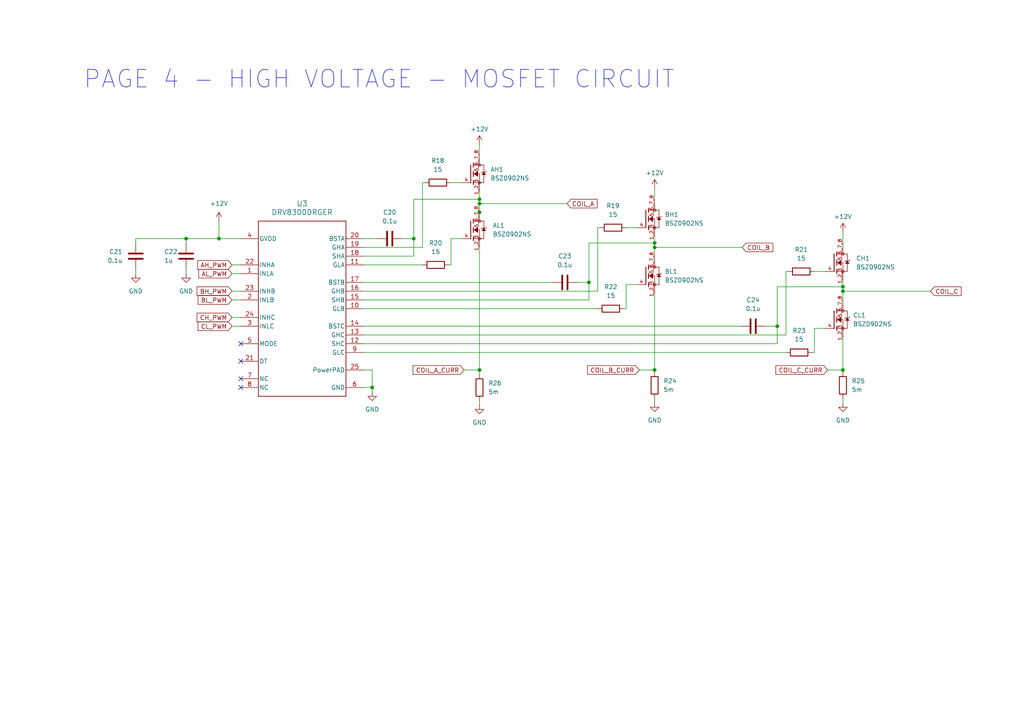
<source format=kicad_sch>
(kicad_sch
	(version 20231120)
	(generator "eeschema")
	(generator_version "8.0")
	(uuid "893c6896-5234-47c7-9ead-407a0891f567")
	(paper "A4")
	(lib_symbols
		(symbol "BSZ0902NS:BSZ0902NS"
			(pin_names
				(offset 1.016)
			)
			(exclude_from_sim no)
			(in_bom yes)
			(on_board yes)
			(property "Reference" "Q"
				(at -8.89 2.54 0)
				(effects
					(font
						(size 1.27 1.27)
					)
					(justify left bottom)
				)
			)
			(property "Value" "BSZ0902NS"
				(at -8.89 -7.62 0)
				(effects
					(font
						(size 1.27 1.27)
					)
					(justify left bottom)
				)
			)
			(property "Footprint" "BSZ0902NS:TRANS_BSZ0902NS"
				(at 0 0 0)
				(effects
					(font
						(size 1.27 1.27)
					)
					(justify bottom)
					(hide yes)
				)
			)
			(property "Datasheet" ""
				(at 0 0 0)
				(effects
					(font
						(size 1.27 1.27)
					)
					(hide yes)
				)
			)
			(property "Description" "\nN-Channel 30V 19A (Ta), 40A (Tc) 2.1W (Ta), 48W (Tc) Surface Mount PG-TSDSON-8-FL\n"
				(at 0 0 0)
				(effects
					(font
						(size 1.27 1.27)
					)
					(justify bottom)
					(hide yes)
				)
			)
			(property "MF" "Infineon"
				(at 0 0 0)
				(effects
					(font
						(size 1.27 1.27)
					)
					(justify bottom)
					(hide yes)
				)
			)
			(property "MAXIMUM_PACKAGE_HEIGHT" "1.1 mm"
				(at 0 0 0)
				(effects
					(font
						(size 1.27 1.27)
					)
					(justify bottom)
					(hide yes)
				)
			)
			(property "Package" "Package"
				(at 0 0 0)
				(effects
					(font
						(size 1.27 1.27)
					)
					(justify bottom)
					(hide yes)
				)
			)
			(property "Price" "None"
				(at 0 0 0)
				(effects
					(font
						(size 1.27 1.27)
					)
					(justify bottom)
					(hide yes)
				)
			)
			(property "Check_prices" "https://www.snapeda.com/parts/BSZ0902NS/Infineon/view-part/?ref=eda"
				(at 0 0 0)
				(effects
					(font
						(size 1.27 1.27)
					)
					(justify bottom)
					(hide yes)
				)
			)
			(property "STANDARD" "Manufacturer Recommendations"
				(at 0 0 0)
				(effects
					(font
						(size 1.27 1.27)
					)
					(justify bottom)
					(hide yes)
				)
			)
			(property "PARTREV" "2.4"
				(at 0 0 0)
				(effects
					(font
						(size 1.27 1.27)
					)
					(justify bottom)
					(hide yes)
				)
			)
			(property "SnapEDA_Link" "https://www.snapeda.com/parts/BSZ0902NS/Infineon/view-part/?ref=snap"
				(at 0 0 0)
				(effects
					(font
						(size 1.27 1.27)
					)
					(justify bottom)
					(hide yes)
				)
			)
			(property "MP" "BSZ0902NS"
				(at 0 0 0)
				(effects
					(font
						(size 1.27 1.27)
					)
					(justify bottom)
					(hide yes)
				)
			)
			(property "MANUFACTURER" "Infineon"
				(at 0 0 0)
				(effects
					(font
						(size 1.27 1.27)
					)
					(justify bottom)
					(hide yes)
				)
			)
			(property "Availability" "In Stock"
				(at 0 0 0)
				(effects
					(font
						(size 1.27 1.27)
					)
					(justify bottom)
					(hide yes)
				)
			)
			(property "SNAPEDA_PN" "BSZ0902NS"
				(at 0 0 0)
				(effects
					(font
						(size 1.27 1.27)
					)
					(justify bottom)
					(hide yes)
				)
			)
			(symbol "BSZ0902NS_0_0"
				(polyline
					(pts
						(xy 0 2.54) (xy 0 -2.54)
					)
					(stroke
						(width 0.254)
						(type default)
					)
					(fill
						(type none)
					)
				)
				(polyline
					(pts
						(xy 0.762 -2.54) (xy 0.762 -3.175)
					)
					(stroke
						(width 0.254)
						(type default)
					)
					(fill
						(type none)
					)
				)
				(polyline
					(pts
						(xy 0.762 -1.905) (xy 0.762 -2.54)
					)
					(stroke
						(width 0.254)
						(type default)
					)
					(fill
						(type none)
					)
				)
				(polyline
					(pts
						(xy 0.762 0) (xy 0.762 -0.762)
					)
					(stroke
						(width 0.254)
						(type default)
					)
					(fill
						(type none)
					)
				)
				(polyline
					(pts
						(xy 0.762 0) (xy 2.54 0)
					)
					(stroke
						(width 0.1524)
						(type default)
					)
					(fill
						(type none)
					)
				)
				(polyline
					(pts
						(xy 0.762 0.762) (xy 0.762 0)
					)
					(stroke
						(width 0.254)
						(type default)
					)
					(fill
						(type none)
					)
				)
				(polyline
					(pts
						(xy 0.762 2.54) (xy 0.762 1.905)
					)
					(stroke
						(width 0.254)
						(type default)
					)
					(fill
						(type none)
					)
				)
				(polyline
					(pts
						(xy 0.762 2.54) (xy 3.81 2.54)
					)
					(stroke
						(width 0.1524)
						(type default)
					)
					(fill
						(type none)
					)
				)
				(polyline
					(pts
						(xy 0.762 3.175) (xy 0.762 2.54)
					)
					(stroke
						(width 0.254)
						(type default)
					)
					(fill
						(type none)
					)
				)
				(polyline
					(pts
						(xy 2.54 -2.54) (xy 0.762 -2.54)
					)
					(stroke
						(width 0.1524)
						(type default)
					)
					(fill
						(type none)
					)
				)
				(polyline
					(pts
						(xy 2.54 -2.54) (xy 3.81 -2.54)
					)
					(stroke
						(width 0.1524)
						(type default)
					)
					(fill
						(type none)
					)
				)
				(polyline
					(pts
						(xy 2.54 0) (xy 2.54 -2.54)
					)
					(stroke
						(width 0.1524)
						(type default)
					)
					(fill
						(type none)
					)
				)
				(polyline
					(pts
						(xy 3.302 0.508) (xy 3.048 0.254)
					)
					(stroke
						(width 0.1524)
						(type default)
					)
					(fill
						(type none)
					)
				)
				(polyline
					(pts
						(xy 3.81 0.508) (xy 3.302 0.508)
					)
					(stroke
						(width 0.1524)
						(type default)
					)
					(fill
						(type none)
					)
				)
				(polyline
					(pts
						(xy 3.81 0.508) (xy 3.81 -2.54)
					)
					(stroke
						(width 0.1524)
						(type default)
					)
					(fill
						(type none)
					)
				)
				(polyline
					(pts
						(xy 3.81 2.54) (xy 3.81 0.508)
					)
					(stroke
						(width 0.1524)
						(type default)
					)
					(fill
						(type none)
					)
				)
				(polyline
					(pts
						(xy 4.318 0.508) (xy 3.81 0.508)
					)
					(stroke
						(width 0.1524)
						(type default)
					)
					(fill
						(type none)
					)
				)
				(polyline
					(pts
						(xy 4.572 0.762) (xy 4.318 0.508)
					)
					(stroke
						(width 0.1524)
						(type default)
					)
					(fill
						(type none)
					)
				)
				(polyline
					(pts
						(xy 1.016 0) (xy 2.032 0.762) (xy 2.032 -0.762) (xy 1.016 0)
					)
					(stroke
						(width 0.1524)
						(type default)
					)
					(fill
						(type outline)
					)
				)
				(polyline
					(pts
						(xy 3.81 0.508) (xy 3.302 -0.254) (xy 4.318 -0.254) (xy 3.81 0.508)
					)
					(stroke
						(width 0.1524)
						(type default)
					)
					(fill
						(type outline)
					)
				)
				(circle
					(center 2.54 -2.54)
					(radius 0.3592)
					(stroke
						(width 0)
						(type default)
					)
					(fill
						(type none)
					)
				)
				(circle
					(center 2.54 2.54)
					(radius 0.3592)
					(stroke
						(width 0)
						(type default)
					)
					(fill
						(type none)
					)
				)
				(pin passive line
					(at 2.54 -5.08 90)
					(length 2.54)
					(name "~"
						(effects
							(font
								(size 1.016 1.016)
							)
						)
					)
					(number "1_2_3"
						(effects
							(font
								(size 1.016 1.016)
							)
						)
					)
				)
				(pin passive line
					(at -2.54 -2.54 0)
					(length 2.54)
					(name "~"
						(effects
							(font
								(size 1.016 1.016)
							)
						)
					)
					(number "4"
						(effects
							(font
								(size 1.016 1.016)
							)
						)
					)
				)
				(pin passive line
					(at 2.54 5.08 270)
					(length 2.54)
					(name "~"
						(effects
							(font
								(size 1.016 1.016)
							)
						)
					)
					(number "5_6_7_8"
						(effects
							(font
								(size 1.016 1.016)
							)
						)
					)
				)
			)
		)
		(symbol "DRV8300DRGER:DRV8300DRGER"
			(pin_names
				(offset 0.254)
			)
			(exclude_from_sim no)
			(in_bom yes)
			(on_board yes)
			(property "Reference" "U"
				(at 0 2.54 0)
				(effects
					(font
						(size 1.524 1.524)
					)
				)
			)
			(property "Value" "DRV8300DRGER"
				(at 0 0 0)
				(effects
					(font
						(size 1.524 1.524)
					)
				)
			)
			(property "Footprint" "RGE0024B-IPC_A"
				(at 0 0 0)
				(effects
					(font
						(size 1.27 1.27)
						(italic yes)
					)
					(hide yes)
				)
			)
			(property "Datasheet" "DRV8300DRGER"
				(at 0 0 0)
				(effects
					(font
						(size 1.27 1.27)
						(italic yes)
					)
					(hide yes)
				)
			)
			(property "Description" ""
				(at 0 0 0)
				(effects
					(font
						(size 1.27 1.27)
					)
					(hide yes)
				)
			)
			(property "ki_locked" ""
				(at 0 0 0)
				(effects
					(font
						(size 1.27 1.27)
					)
				)
			)
			(property "ki_keywords" "DRV8300DRGER"
				(at 0 0 0)
				(effects
					(font
						(size 1.27 1.27)
					)
					(hide yes)
				)
			)
			(property "ki_fp_filters" "RGE0024B-IPC_A RGE0024B-IPC_B RGE0024B-IPC_C RGE0024B-MFG"
				(at 0 0 0)
				(effects
					(font
						(size 1.27 1.27)
					)
					(hide yes)
				)
			)
			(symbol "DRV8300DRGER_0_1"
				(polyline
					(pts
						(xy 5.08 -45.72) (xy 30.48 -45.72)
					)
					(stroke
						(width 0.2032)
						(type default)
					)
					(fill
						(type none)
					)
				)
				(polyline
					(pts
						(xy 5.08 5.08) (xy 5.08 -45.72)
					)
					(stroke
						(width 0.2032)
						(type default)
					)
					(fill
						(type none)
					)
				)
				(polyline
					(pts
						(xy 30.48 -45.72) (xy 30.48 5.08)
					)
					(stroke
						(width 0.2032)
						(type default)
					)
					(fill
						(type none)
					)
				)
				(polyline
					(pts
						(xy 30.48 5.08) (xy 5.08 5.08)
					)
					(stroke
						(width 0.2032)
						(type default)
					)
					(fill
						(type none)
					)
				)
				(pin input line
					(at 0 -10.16 0)
					(length 5.08)
					(name "INLA"
						(effects
							(font
								(size 1.27 1.27)
							)
						)
					)
					(number "1"
						(effects
							(font
								(size 1.27 1.27)
							)
						)
					)
				)
				(pin output line
					(at 35.56 -20.32 180)
					(length 5.08)
					(name "GLB"
						(effects
							(font
								(size 1.27 1.27)
							)
						)
					)
					(number "10"
						(effects
							(font
								(size 1.27 1.27)
							)
						)
					)
				)
				(pin output line
					(at 35.56 -7.62 180)
					(length 5.08)
					(name "GLA"
						(effects
							(font
								(size 1.27 1.27)
							)
						)
					)
					(number "11"
						(effects
							(font
								(size 1.27 1.27)
							)
						)
					)
				)
				(pin input line
					(at 35.56 -30.48 180)
					(length 5.08)
					(name "SHC"
						(effects
							(font
								(size 1.27 1.27)
							)
						)
					)
					(number "12"
						(effects
							(font
								(size 1.27 1.27)
							)
						)
					)
				)
				(pin output line
					(at 35.56 -27.94 180)
					(length 5.08)
					(name "GHC"
						(effects
							(font
								(size 1.27 1.27)
							)
						)
					)
					(number "13"
						(effects
							(font
								(size 1.27 1.27)
							)
						)
					)
				)
				(pin output line
					(at 35.56 -25.4 180)
					(length 5.08)
					(name "BSTC"
						(effects
							(font
								(size 1.27 1.27)
							)
						)
					)
					(number "14"
						(effects
							(font
								(size 1.27 1.27)
							)
						)
					)
				)
				(pin input line
					(at 35.56 -17.78 180)
					(length 5.08)
					(name "SHB"
						(effects
							(font
								(size 1.27 1.27)
							)
						)
					)
					(number "15"
						(effects
							(font
								(size 1.27 1.27)
							)
						)
					)
				)
				(pin output line
					(at 35.56 -15.24 180)
					(length 5.08)
					(name "GHB"
						(effects
							(font
								(size 1.27 1.27)
							)
						)
					)
					(number "16"
						(effects
							(font
								(size 1.27 1.27)
							)
						)
					)
				)
				(pin output line
					(at 35.56 -12.7 180)
					(length 5.08)
					(name "BSTB"
						(effects
							(font
								(size 1.27 1.27)
							)
						)
					)
					(number "17"
						(effects
							(font
								(size 1.27 1.27)
							)
						)
					)
				)
				(pin input line
					(at 35.56 -5.08 180)
					(length 5.08)
					(name "SHA"
						(effects
							(font
								(size 1.27 1.27)
							)
						)
					)
					(number "18"
						(effects
							(font
								(size 1.27 1.27)
							)
						)
					)
				)
				(pin output line
					(at 35.56 -2.54 180)
					(length 5.08)
					(name "GHA"
						(effects
							(font
								(size 1.27 1.27)
							)
						)
					)
					(number "19"
						(effects
							(font
								(size 1.27 1.27)
							)
						)
					)
				)
				(pin input line
					(at 0 -17.78 0)
					(length 5.08)
					(name "INLB"
						(effects
							(font
								(size 1.27 1.27)
							)
						)
					)
					(number "2"
						(effects
							(font
								(size 1.27 1.27)
							)
						)
					)
				)
				(pin output line
					(at 35.56 0 180)
					(length 5.08)
					(name "BSTA"
						(effects
							(font
								(size 1.27 1.27)
							)
						)
					)
					(number "20"
						(effects
							(font
								(size 1.27 1.27)
							)
						)
					)
				)
				(pin input line
					(at 0 -35.56 0)
					(length 5.08)
					(name "DT"
						(effects
							(font
								(size 1.27 1.27)
							)
						)
					)
					(number "21"
						(effects
							(font
								(size 1.27 1.27)
							)
						)
					)
				)
				(pin input line
					(at 0 -7.62 0)
					(length 5.08)
					(name "INHA"
						(effects
							(font
								(size 1.27 1.27)
							)
						)
					)
					(number "22"
						(effects
							(font
								(size 1.27 1.27)
							)
						)
					)
				)
				(pin input line
					(at 0 -15.24 0)
					(length 5.08)
					(name "INHB"
						(effects
							(font
								(size 1.27 1.27)
							)
						)
					)
					(number "23"
						(effects
							(font
								(size 1.27 1.27)
							)
						)
					)
				)
				(pin input line
					(at 0 -22.86 0)
					(length 5.08)
					(name "INHC"
						(effects
							(font
								(size 1.27 1.27)
							)
						)
					)
					(number "24"
						(effects
							(font
								(size 1.27 1.27)
							)
						)
					)
				)
				(pin power_in line
					(at 35.56 -38.1 180)
					(length 5.08)
					(name "PowerPAD"
						(effects
							(font
								(size 1.27 1.27)
							)
						)
					)
					(number "25"
						(effects
							(font
								(size 1.27 1.27)
							)
						)
					)
				)
				(pin input line
					(at 0 -25.4 0)
					(length 5.08)
					(name "INLC"
						(effects
							(font
								(size 1.27 1.27)
							)
						)
					)
					(number "3"
						(effects
							(font
								(size 1.27 1.27)
							)
						)
					)
				)
				(pin power_in line
					(at 0 0 0)
					(length 5.08)
					(name "GVDD"
						(effects
							(font
								(size 1.27 1.27)
							)
						)
					)
					(number "4"
						(effects
							(font
								(size 1.27 1.27)
							)
						)
					)
				)
				(pin input line
					(at 0 -30.48 0)
					(length 5.08)
					(name "MODE"
						(effects
							(font
								(size 1.27 1.27)
							)
						)
					)
					(number "5"
						(effects
							(font
								(size 1.27 1.27)
							)
						)
					)
				)
				(pin power_in line
					(at 35.56 -43.18 180)
					(length 5.08)
					(name "GND"
						(effects
							(font
								(size 1.27 1.27)
							)
						)
					)
					(number "6"
						(effects
							(font
								(size 1.27 1.27)
							)
						)
					)
				)
				(pin unspecified line
					(at 0 -40.64 0)
					(length 5.08)
					(name "NC"
						(effects
							(font
								(size 1.27 1.27)
							)
						)
					)
					(number "7"
						(effects
							(font
								(size 1.27 1.27)
							)
						)
					)
				)
				(pin unspecified line
					(at 0 -43.18 0)
					(length 5.08)
					(name "NC"
						(effects
							(font
								(size 1.27 1.27)
							)
						)
					)
					(number "8"
						(effects
							(font
								(size 1.27 1.27)
							)
						)
					)
				)
				(pin output line
					(at 35.56 -33.02 180)
					(length 5.08)
					(name "GLC"
						(effects
							(font
								(size 1.27 1.27)
							)
						)
					)
					(number "9"
						(effects
							(font
								(size 1.27 1.27)
							)
						)
					)
				)
			)
		)
		(symbol "Device:C"
			(pin_numbers hide)
			(pin_names
				(offset 0.254)
			)
			(exclude_from_sim no)
			(in_bom yes)
			(on_board yes)
			(property "Reference" "C"
				(at 0.635 2.54 0)
				(effects
					(font
						(size 1.27 1.27)
					)
					(justify left)
				)
			)
			(property "Value" "C"
				(at 0.635 -2.54 0)
				(effects
					(font
						(size 1.27 1.27)
					)
					(justify left)
				)
			)
			(property "Footprint" ""
				(at 0.9652 -3.81 0)
				(effects
					(font
						(size 1.27 1.27)
					)
					(hide yes)
				)
			)
			(property "Datasheet" "~"
				(at 0 0 0)
				(effects
					(font
						(size 1.27 1.27)
					)
					(hide yes)
				)
			)
			(property "Description" "Unpolarized capacitor"
				(at 0 0 0)
				(effects
					(font
						(size 1.27 1.27)
					)
					(hide yes)
				)
			)
			(property "ki_keywords" "cap capacitor"
				(at 0 0 0)
				(effects
					(font
						(size 1.27 1.27)
					)
					(hide yes)
				)
			)
			(property "ki_fp_filters" "C_*"
				(at 0 0 0)
				(effects
					(font
						(size 1.27 1.27)
					)
					(hide yes)
				)
			)
			(symbol "C_0_1"
				(polyline
					(pts
						(xy -2.032 -0.762) (xy 2.032 -0.762)
					)
					(stroke
						(width 0.508)
						(type default)
					)
					(fill
						(type none)
					)
				)
				(polyline
					(pts
						(xy -2.032 0.762) (xy 2.032 0.762)
					)
					(stroke
						(width 0.508)
						(type default)
					)
					(fill
						(type none)
					)
				)
			)
			(symbol "C_1_1"
				(pin passive line
					(at 0 3.81 270)
					(length 2.794)
					(name "~"
						(effects
							(font
								(size 1.27 1.27)
							)
						)
					)
					(number "1"
						(effects
							(font
								(size 1.27 1.27)
							)
						)
					)
				)
				(pin passive line
					(at 0 -3.81 90)
					(length 2.794)
					(name "~"
						(effects
							(font
								(size 1.27 1.27)
							)
						)
					)
					(number "2"
						(effects
							(font
								(size 1.27 1.27)
							)
						)
					)
				)
			)
		)
		(symbol "Device:R"
			(pin_numbers hide)
			(pin_names
				(offset 0)
			)
			(exclude_from_sim no)
			(in_bom yes)
			(on_board yes)
			(property "Reference" "R"
				(at 2.032 0 90)
				(effects
					(font
						(size 1.27 1.27)
					)
				)
			)
			(property "Value" "R"
				(at 0 0 90)
				(effects
					(font
						(size 1.27 1.27)
					)
				)
			)
			(property "Footprint" ""
				(at -1.778 0 90)
				(effects
					(font
						(size 1.27 1.27)
					)
					(hide yes)
				)
			)
			(property "Datasheet" "~"
				(at 0 0 0)
				(effects
					(font
						(size 1.27 1.27)
					)
					(hide yes)
				)
			)
			(property "Description" "Resistor"
				(at 0 0 0)
				(effects
					(font
						(size 1.27 1.27)
					)
					(hide yes)
				)
			)
			(property "ki_keywords" "R res resistor"
				(at 0 0 0)
				(effects
					(font
						(size 1.27 1.27)
					)
					(hide yes)
				)
			)
			(property "ki_fp_filters" "R_*"
				(at 0 0 0)
				(effects
					(font
						(size 1.27 1.27)
					)
					(hide yes)
				)
			)
			(symbol "R_0_1"
				(rectangle
					(start -1.016 -2.54)
					(end 1.016 2.54)
					(stroke
						(width 0.254)
						(type default)
					)
					(fill
						(type none)
					)
				)
			)
			(symbol "R_1_1"
				(pin passive line
					(at 0 3.81 270)
					(length 1.27)
					(name "~"
						(effects
							(font
								(size 1.27 1.27)
							)
						)
					)
					(number "1"
						(effects
							(font
								(size 1.27 1.27)
							)
						)
					)
				)
				(pin passive line
					(at 0 -3.81 90)
					(length 1.27)
					(name "~"
						(effects
							(font
								(size 1.27 1.27)
							)
						)
					)
					(number "2"
						(effects
							(font
								(size 1.27 1.27)
							)
						)
					)
				)
			)
		)
		(symbol "power:+12V"
			(power)
			(pin_names
				(offset 0)
			)
			(exclude_from_sim no)
			(in_bom yes)
			(on_board yes)
			(property "Reference" "#PWR"
				(at 0 -3.81 0)
				(effects
					(font
						(size 1.27 1.27)
					)
					(hide yes)
				)
			)
			(property "Value" "+12V"
				(at 0 3.556 0)
				(effects
					(font
						(size 1.27 1.27)
					)
				)
			)
			(property "Footprint" ""
				(at 0 0 0)
				(effects
					(font
						(size 1.27 1.27)
					)
					(hide yes)
				)
			)
			(property "Datasheet" ""
				(at 0 0 0)
				(effects
					(font
						(size 1.27 1.27)
					)
					(hide yes)
				)
			)
			(property "Description" "Power symbol creates a global label with name \"+12V\""
				(at 0 0 0)
				(effects
					(font
						(size 1.27 1.27)
					)
					(hide yes)
				)
			)
			(property "ki_keywords" "global power"
				(at 0 0 0)
				(effects
					(font
						(size 1.27 1.27)
					)
					(hide yes)
				)
			)
			(symbol "+12V_0_1"
				(polyline
					(pts
						(xy -0.762 1.27) (xy 0 2.54)
					)
					(stroke
						(width 0)
						(type default)
					)
					(fill
						(type none)
					)
				)
				(polyline
					(pts
						(xy 0 0) (xy 0 2.54)
					)
					(stroke
						(width 0)
						(type default)
					)
					(fill
						(type none)
					)
				)
				(polyline
					(pts
						(xy 0 2.54) (xy 0.762 1.27)
					)
					(stroke
						(width 0)
						(type default)
					)
					(fill
						(type none)
					)
				)
			)
			(symbol "+12V_1_1"
				(pin power_in line
					(at 0 0 90)
					(length 0) hide
					(name "+12V"
						(effects
							(font
								(size 1.27 1.27)
							)
						)
					)
					(number "1"
						(effects
							(font
								(size 1.27 1.27)
							)
						)
					)
				)
			)
		)
		(symbol "power:GND"
			(power)
			(pin_names
				(offset 0)
			)
			(exclude_from_sim no)
			(in_bom yes)
			(on_board yes)
			(property "Reference" "#PWR"
				(at 0 -6.35 0)
				(effects
					(font
						(size 1.27 1.27)
					)
					(hide yes)
				)
			)
			(property "Value" "GND"
				(at 0 -3.81 0)
				(effects
					(font
						(size 1.27 1.27)
					)
				)
			)
			(property "Footprint" ""
				(at 0 0 0)
				(effects
					(font
						(size 1.27 1.27)
					)
					(hide yes)
				)
			)
			(property "Datasheet" ""
				(at 0 0 0)
				(effects
					(font
						(size 1.27 1.27)
					)
					(hide yes)
				)
			)
			(property "Description" "Power symbol creates a global label with name \"GND\" , ground"
				(at 0 0 0)
				(effects
					(font
						(size 1.27 1.27)
					)
					(hide yes)
				)
			)
			(property "ki_keywords" "global power"
				(at 0 0 0)
				(effects
					(font
						(size 1.27 1.27)
					)
					(hide yes)
				)
			)
			(symbol "GND_0_1"
				(polyline
					(pts
						(xy 0 0) (xy 0 -1.27) (xy 1.27 -1.27) (xy 0 -2.54) (xy -1.27 -1.27) (xy 0 -1.27)
					)
					(stroke
						(width 0)
						(type default)
					)
					(fill
						(type none)
					)
				)
			)
			(symbol "GND_1_1"
				(pin power_in line
					(at 0 0 270)
					(length 0) hide
					(name "GND"
						(effects
							(font
								(size 1.27 1.27)
							)
						)
					)
					(number "1"
						(effects
							(font
								(size 1.27 1.27)
							)
						)
					)
				)
			)
		)
	)
	(junction
		(at 53.975 69.215)
		(diameter 0)
		(color 0 0 0 0)
		(uuid "09a1195d-7e04-4999-a4d1-1ccb27843824")
	)
	(junction
		(at 244.475 83.185)
		(diameter 0)
		(color 0 0 0 0)
		(uuid "1dcb5899-d008-43e2-a405-e2d22dd1a3cf")
	)
	(junction
		(at 139.065 59.055)
		(diameter 0)
		(color 0 0 0 0)
		(uuid "2cffe9a3-8847-47fc-a9a0-1058b12692f2")
	)
	(junction
		(at 107.95 112.395)
		(diameter 0)
		(color 0 0 0 0)
		(uuid "5f120e5a-ac94-444b-a269-c798c58866ca")
	)
	(junction
		(at 244.475 107.315)
		(diameter 0)
		(color 0 0 0 0)
		(uuid "6e8db610-febf-4be5-8c1d-7bc58967e1f7")
	)
	(junction
		(at 170.815 81.915)
		(diameter 0)
		(color 0 0 0 0)
		(uuid "813995e1-31e5-4124-b4ad-1c5e08326ef2")
	)
	(junction
		(at 225.425 94.615)
		(diameter 0)
		(color 0 0 0 0)
		(uuid "8b909677-5572-42db-a97e-b9c92b10bbee")
	)
	(junction
		(at 120.015 69.215)
		(diameter 0)
		(color 0 0 0 0)
		(uuid "90f5d0b5-1de5-4fa3-8c8e-c0dc66be6d21")
	)
	(junction
		(at 63.5 69.215)
		(diameter 0)
		(color 0 0 0 0)
		(uuid "987f8a95-f593-4ddc-a51b-559baa1ce94c")
	)
	(junction
		(at 139.065 61.595)
		(diameter 0)
		(color 0 0 0 0)
		(uuid "a5f08192-db7a-44a1-8f90-9b369c067da2")
	)
	(junction
		(at 189.865 107.315)
		(diameter 0)
		(color 0 0 0 0)
		(uuid "accd2928-763a-4341-ab4c-dfb9a089fb07")
	)
	(junction
		(at 189.865 70.485)
		(diameter 0)
		(color 0 0 0 0)
		(uuid "c0d5bfef-5740-4c89-b515-39b914323889")
	)
	(junction
		(at 189.865 71.755)
		(diameter 0)
		(color 0 0 0 0)
		(uuid "c7978078-b4e9-4d24-bbbd-55e965473e49")
	)
	(junction
		(at 139.065 57.785)
		(diameter 0)
		(color 0 0 0 0)
		(uuid "ca7d8cb4-c720-449d-9551-bb8fa532f68c")
	)
	(junction
		(at 139.065 107.315)
		(diameter 0)
		(color 0 0 0 0)
		(uuid "d6948562-8597-402a-b16c-2c661d9a6f91")
	)
	(junction
		(at 244.475 84.455)
		(diameter 0)
		(color 0 0 0 0)
		(uuid "eaf087e8-5ca4-4040-99ca-38c8b1cc9cf0")
	)
	(no_connect
		(at 69.85 99.695)
		(uuid "93c78e32-5f09-43a6-8e0c-e07e902e443b")
	)
	(no_connect
		(at 69.85 109.855)
		(uuid "a6a4b7a4-7fc2-409a-a734-1dbfa7059ec8")
	)
	(no_connect
		(at 69.85 112.395)
		(uuid "bcd6b389-7e12-403d-ae3e-ab507892648c")
	)
	(no_connect
		(at 69.85 104.775)
		(uuid "d98613e3-9930-43c5-ba2b-43adc002f54a")
	)
	(wire
		(pts
			(xy 222.25 94.615) (xy 225.425 94.615)
		)
		(stroke
			(width 0)
			(type default)
		)
		(uuid "032a38a0-2452-41d5-8cb9-9052b1a60a8e")
	)
	(wire
		(pts
			(xy 173.355 66.04) (xy 173.355 84.455)
		)
		(stroke
			(width 0)
			(type default)
		)
		(uuid "0356b2c3-479a-43d9-86c6-5e5224646793")
	)
	(wire
		(pts
			(xy 139.065 107.315) (xy 139.065 108.585)
		)
		(stroke
			(width 0)
			(type default)
		)
		(uuid "0540fcf3-1dae-4f4a-9b16-f441caf2bd29")
	)
	(wire
		(pts
			(xy 189.865 68.58) (xy 189.865 70.485)
		)
		(stroke
			(width 0)
			(type default)
		)
		(uuid "06ce6c7f-0deb-4282-a87b-08a7efa27f0d")
	)
	(wire
		(pts
			(xy 189.865 54.61) (xy 189.865 58.42)
		)
		(stroke
			(width 0)
			(type default)
		)
		(uuid "07469e56-f6da-4050-ac61-b1ff4e565069")
	)
	(wire
		(pts
			(xy 130.81 76.835) (xy 130.175 76.835)
		)
		(stroke
			(width 0)
			(type default)
		)
		(uuid "08d7da24-7d2e-4662-9497-0acf56f75f3c")
	)
	(wire
		(pts
			(xy 120.015 74.295) (xy 120.015 69.215)
		)
		(stroke
			(width 0)
			(type default)
		)
		(uuid "09be219b-56ed-45f0-91f7-bb91b98ce76f")
	)
	(wire
		(pts
			(xy 67.31 76.835) (xy 69.85 76.835)
		)
		(stroke
			(width 0)
			(type default)
		)
		(uuid "0d3a7c73-67cd-4592-aa37-de5fa7d5be05")
	)
	(wire
		(pts
			(xy 105.41 94.615) (xy 214.63 94.615)
		)
		(stroke
			(width 0)
			(type default)
		)
		(uuid "18ca5638-5835-4bb3-a508-b928c58abae0")
	)
	(wire
		(pts
			(xy 122.555 52.959) (xy 123.19 52.959)
		)
		(stroke
			(width 0)
			(type default)
		)
		(uuid "190d2e80-0005-4ae9-be70-56d1e81d907f")
	)
	(wire
		(pts
			(xy 189.865 115.57) (xy 189.865 116.84)
		)
		(stroke
			(width 0)
			(type default)
		)
		(uuid "1dc78dc2-4a72-48d3-9e91-7977c867c68b")
	)
	(wire
		(pts
			(xy 107.95 107.315) (xy 107.95 112.395)
		)
		(stroke
			(width 0)
			(type default)
		)
		(uuid "1df061c5-056e-4d0b-8f51-759c9398e4ce")
	)
	(wire
		(pts
			(xy 116.84 69.215) (xy 120.015 69.215)
		)
		(stroke
			(width 0)
			(type default)
		)
		(uuid "1fd77454-9b33-4835-999d-92e4c53dab65")
	)
	(wire
		(pts
			(xy 228.6 78.74) (xy 227.965 78.74)
		)
		(stroke
			(width 0)
			(type default)
		)
		(uuid "23acbfce-2db1-4cf2-9236-4f9ae15f1e3c")
	)
	(wire
		(pts
			(xy 139.065 41.91) (xy 139.065 45.339)
		)
		(stroke
			(width 0)
			(type default)
		)
		(uuid "272f8813-ba78-4bc8-9e0e-1f6d938a62a2")
	)
	(wire
		(pts
			(xy 139.065 55.499) (xy 139.065 57.785)
		)
		(stroke
			(width 0)
			(type default)
		)
		(uuid "280abdae-2643-42c5-a31a-8618607fee55")
	)
	(wire
		(pts
			(xy 244.475 107.315) (xy 244.475 107.95)
		)
		(stroke
			(width 0)
			(type default)
		)
		(uuid "288d1106-2cd4-49bd-b254-34fc72187b6d")
	)
	(wire
		(pts
			(xy 105.41 74.295) (xy 120.015 74.295)
		)
		(stroke
			(width 0)
			(type default)
		)
		(uuid "2a575d24-e93c-4df6-a98a-808485aea62d")
	)
	(wire
		(pts
			(xy 244.475 81.28) (xy 244.475 83.185)
		)
		(stroke
			(width 0)
			(type default)
		)
		(uuid "2ca62cb7-5059-4d8f-8d4c-6ba82ba070b9")
	)
	(wire
		(pts
			(xy 63.5 69.215) (xy 53.975 69.215)
		)
		(stroke
			(width 0)
			(type default)
		)
		(uuid "2d9938ac-de20-46b8-b0f7-b6742730d995")
	)
	(wire
		(pts
			(xy 130.81 76.835) (xy 130.81 69.215)
		)
		(stroke
			(width 0)
			(type default)
		)
		(uuid "3b759082-2704-4428-b890-e3bd1065bc0e")
	)
	(wire
		(pts
			(xy 67.31 86.995) (xy 69.85 86.995)
		)
		(stroke
			(width 0)
			(type default)
		)
		(uuid "3bd8d05d-3235-4ce5-8237-a0b149438992")
	)
	(wire
		(pts
			(xy 189.865 70.485) (xy 189.865 71.755)
		)
		(stroke
			(width 0)
			(type default)
		)
		(uuid "3d5f12dc-67fb-4cd7-9822-fcb80db5dfcb")
	)
	(wire
		(pts
			(xy 130.81 69.215) (xy 133.985 69.215)
		)
		(stroke
			(width 0)
			(type default)
		)
		(uuid "3e1fe107-ace6-435b-9b9a-508600df21d4")
	)
	(wire
		(pts
			(xy 105.41 99.695) (xy 225.425 99.695)
		)
		(stroke
			(width 0)
			(type default)
		)
		(uuid "3fdece43-5f3f-442d-bc3f-176d4ab582c7")
	)
	(wire
		(pts
			(xy 236.22 95.25) (xy 236.22 102.235)
		)
		(stroke
			(width 0)
			(type default)
		)
		(uuid "429aa363-cdc6-48e7-a76e-3d62d48f7a9a")
	)
	(wire
		(pts
			(xy 170.815 86.995) (xy 170.815 81.915)
		)
		(stroke
			(width 0)
			(type default)
		)
		(uuid "432c7fc7-6486-4ec9-827a-0dd047871201")
	)
	(wire
		(pts
			(xy 105.41 71.755) (xy 122.555 71.755)
		)
		(stroke
			(width 0)
			(type default)
		)
		(uuid "48687532-e786-4082-bad9-2416fb6b4b24")
	)
	(wire
		(pts
			(xy 244.475 83.185) (xy 244.475 84.455)
		)
		(stroke
			(width 0)
			(type default)
		)
		(uuid "486d39dd-3aed-4a9b-84f0-21d561565760")
	)
	(wire
		(pts
			(xy 122.555 52.959) (xy 122.555 71.755)
		)
		(stroke
			(width 0)
			(type default)
		)
		(uuid "498d8c00-9a44-4177-b4e7-8457b0ee2cf3")
	)
	(wire
		(pts
			(xy 139.065 71.755) (xy 139.065 107.315)
		)
		(stroke
			(width 0)
			(type default)
		)
		(uuid "577e2764-2b3a-4655-b6ec-4ce26e161d59")
	)
	(wire
		(pts
			(xy 105.41 107.315) (xy 107.95 107.315)
		)
		(stroke
			(width 0)
			(type default)
		)
		(uuid "5874d055-ae04-4fad-a6f8-b6687ccd09ee")
	)
	(wire
		(pts
			(xy 105.41 81.915) (xy 160.02 81.915)
		)
		(stroke
			(width 0)
			(type default)
		)
		(uuid "59106aef-cd26-487d-97b7-6bc01e6c7e7b")
	)
	(wire
		(pts
			(xy 105.41 76.835) (xy 122.555 76.835)
		)
		(stroke
			(width 0)
			(type default)
		)
		(uuid "5dab13a5-304e-4752-b543-1c31d62e9a5d")
	)
	(wire
		(pts
			(xy 185.42 107.315) (xy 189.865 107.315)
		)
		(stroke
			(width 0)
			(type default)
		)
		(uuid "614d3f64-4a79-4aa9-9461-7f1b84d855bf")
	)
	(wire
		(pts
			(xy 120.015 57.785) (xy 120.015 69.215)
		)
		(stroke
			(width 0)
			(type default)
		)
		(uuid "6bebd35e-539b-4671-8e96-46621dd84bc0")
	)
	(wire
		(pts
			(xy 236.22 78.74) (xy 239.395 78.74)
		)
		(stroke
			(width 0)
			(type default)
		)
		(uuid "716fcbef-ff17-4fab-91fe-f89b57bfa818")
	)
	(wire
		(pts
			(xy 240.03 107.315) (xy 244.475 107.315)
		)
		(stroke
			(width 0)
			(type default)
		)
		(uuid "725170ce-40c0-4af4-a400-ad08d8763658")
	)
	(wire
		(pts
			(xy 107.95 112.395) (xy 107.95 113.665)
		)
		(stroke
			(width 0)
			(type default)
		)
		(uuid "7801b3ea-239f-4dc3-a973-dc32dd64907d")
	)
	(wire
		(pts
			(xy 105.41 97.155) (xy 227.965 97.155)
		)
		(stroke
			(width 0)
			(type default)
		)
		(uuid "7d7b9fd1-449c-4c4b-8888-d234d8b66980")
	)
	(wire
		(pts
			(xy 244.475 84.455) (xy 244.475 87.63)
		)
		(stroke
			(width 0)
			(type default)
		)
		(uuid "7e381485-204a-4257-acea-5caa4541d7a2")
	)
	(wire
		(pts
			(xy 181.61 66.04) (xy 184.785 66.04)
		)
		(stroke
			(width 0)
			(type default)
		)
		(uuid "7ef46dad-4b83-425f-9e7b-ba29dfcf3cf9")
	)
	(wire
		(pts
			(xy 227.965 78.74) (xy 227.965 97.155)
		)
		(stroke
			(width 0)
			(type default)
		)
		(uuid "7fab1885-0f35-48c9-9467-3c9b9f9be545")
	)
	(wire
		(pts
			(xy 67.31 79.375) (xy 69.85 79.375)
		)
		(stroke
			(width 0)
			(type default)
		)
		(uuid "7fe438c0-1007-44c0-b145-fd6fd2ed370d")
	)
	(wire
		(pts
			(xy 189.865 71.755) (xy 215.265 71.755)
		)
		(stroke
			(width 0)
			(type default)
		)
		(uuid "81691ac5-eca4-4b62-af24-9a99e7bb67ed")
	)
	(wire
		(pts
			(xy 63.5 69.215) (xy 69.85 69.215)
		)
		(stroke
			(width 0)
			(type default)
		)
		(uuid "81d7a901-ccd3-4924-a930-186e85c148ec")
	)
	(wire
		(pts
			(xy 130.81 52.959) (xy 133.985 52.959)
		)
		(stroke
			(width 0)
			(type default)
		)
		(uuid "8411f240-0977-4d10-ae29-74316c073d04")
	)
	(wire
		(pts
			(xy 139.065 61.595) (xy 139.065 61.849)
		)
		(stroke
			(width 0)
			(type default)
		)
		(uuid "852c4f59-1293-4468-991e-1896c06c3d73")
	)
	(wire
		(pts
			(xy 170.815 70.485) (xy 170.815 81.915)
		)
		(stroke
			(width 0)
			(type default)
		)
		(uuid "86d10604-d200-4b47-8f75-e16004715f07")
	)
	(wire
		(pts
			(xy 225.425 83.185) (xy 225.425 94.615)
		)
		(stroke
			(width 0)
			(type default)
		)
		(uuid "879599cf-8122-4521-a063-baa6692dfeb9")
	)
	(wire
		(pts
			(xy 244.475 67.31) (xy 244.475 71.12)
		)
		(stroke
			(width 0)
			(type default)
		)
		(uuid "9032c543-b359-44d4-85f1-88c4cff950e8")
	)
	(wire
		(pts
			(xy 105.41 102.235) (xy 227.965 102.235)
		)
		(stroke
			(width 0)
			(type default)
		)
		(uuid "944c6b8d-d435-4fb7-abf4-18d917e980e9")
	)
	(wire
		(pts
			(xy 244.475 84.455) (xy 269.875 84.455)
		)
		(stroke
			(width 0)
			(type default)
		)
		(uuid "9571e673-3f71-4d43-972b-107fe08eee80")
	)
	(wire
		(pts
			(xy 67.31 92.075) (xy 69.85 92.075)
		)
		(stroke
			(width 0)
			(type default)
		)
		(uuid "9b37c02d-754f-430f-8ece-96e7e0fccddc")
	)
	(wire
		(pts
			(xy 53.975 78.105) (xy 53.975 79.375)
		)
		(stroke
			(width 0)
			(type default)
		)
		(uuid "9c230fee-d92c-4dd3-8ff5-7aef350ee2d4")
	)
	(wire
		(pts
			(xy 120.015 57.785) (xy 139.065 57.785)
		)
		(stroke
			(width 0)
			(type default)
		)
		(uuid "a55e9867-f1ca-42ad-af30-b54b7d11d60b")
	)
	(wire
		(pts
			(xy 63.5 64.135) (xy 63.5 69.215)
		)
		(stroke
			(width 0)
			(type default)
		)
		(uuid "a9b179e3-249c-4ebc-acdc-f1c076541f6e")
	)
	(wire
		(pts
			(xy 134.62 107.315) (xy 139.065 107.315)
		)
		(stroke
			(width 0)
			(type default)
		)
		(uuid "aa1b83df-ee3f-482f-b94a-0317caaf6b2e")
	)
	(wire
		(pts
			(xy 225.425 83.185) (xy 244.475 83.185)
		)
		(stroke
			(width 0)
			(type default)
		)
		(uuid "aaf56dc2-bdbf-4224-a878-bdd63dbeccce")
	)
	(wire
		(pts
			(xy 170.815 70.485) (xy 189.865 70.485)
		)
		(stroke
			(width 0)
			(type default)
		)
		(uuid "ac73d03d-6eb1-4429-b2b2-db6ab3c33aaf")
	)
	(wire
		(pts
			(xy 236.22 102.235) (xy 235.585 102.235)
		)
		(stroke
			(width 0)
			(type default)
		)
		(uuid "b473ef65-9f23-4aca-9816-ab1b94330abe")
	)
	(wire
		(pts
			(xy 105.41 86.995) (xy 170.815 86.995)
		)
		(stroke
			(width 0)
			(type default)
		)
		(uuid "b5199820-6110-48c5-8460-c394dc6a2446")
	)
	(wire
		(pts
			(xy 105.41 84.455) (xy 173.355 84.455)
		)
		(stroke
			(width 0)
			(type default)
		)
		(uuid "b643437e-1c0c-4d77-9889-c47e2ea839d9")
	)
	(wire
		(pts
			(xy 173.99 66.04) (xy 173.355 66.04)
		)
		(stroke
			(width 0)
			(type default)
		)
		(uuid "b94155cc-cf03-4dd2-87ee-06632b14b3fd")
	)
	(wire
		(pts
			(xy 53.975 69.215) (xy 53.975 70.485)
		)
		(stroke
			(width 0)
			(type default)
		)
		(uuid "be7ae305-fc33-44eb-9a35-e0752594f038")
	)
	(wire
		(pts
			(xy 236.22 95.25) (xy 239.395 95.25)
		)
		(stroke
			(width 0)
			(type default)
		)
		(uuid "bf589060-e340-46f3-82a7-7743132c7647")
	)
	(wire
		(pts
			(xy 67.31 84.455) (xy 69.85 84.455)
		)
		(stroke
			(width 0)
			(type default)
		)
		(uuid "c2c12360-af74-42b7-9473-9c6490253095")
	)
	(wire
		(pts
			(xy 139.065 57.785) (xy 139.065 59.055)
		)
		(stroke
			(width 0)
			(type default)
		)
		(uuid "c3df024b-1f88-46fb-833b-0bc8c91c4a74")
	)
	(wire
		(pts
			(xy 167.64 81.915) (xy 170.815 81.915)
		)
		(stroke
			(width 0)
			(type default)
		)
		(uuid "c4258cbd-ec8a-4e69-a623-a5ae52076c41")
	)
	(wire
		(pts
			(xy 189.865 85.09) (xy 189.865 107.315)
		)
		(stroke
			(width 0)
			(type default)
		)
		(uuid "c449631a-ac6e-4327-aa2d-a3eda721ee68")
	)
	(wire
		(pts
			(xy 189.865 107.315) (xy 189.865 107.95)
		)
		(stroke
			(width 0)
			(type default)
		)
		(uuid "c49f76f6-b438-4197-af36-ca66dbe86a88")
	)
	(wire
		(pts
			(xy 225.425 99.695) (xy 225.425 94.615)
		)
		(stroke
			(width 0)
			(type default)
		)
		(uuid "c4b3d875-65be-4fa9-9e85-a6ab2deba12b")
	)
	(wire
		(pts
			(xy 244.475 115.57) (xy 244.475 116.84)
		)
		(stroke
			(width 0)
			(type default)
		)
		(uuid "cbc81e2b-05c7-4123-a983-5bc4b4edd589")
	)
	(wire
		(pts
			(xy 39.37 78.105) (xy 39.37 79.375)
		)
		(stroke
			(width 0)
			(type default)
		)
		(uuid "cc610ee2-a4a8-43b0-8e88-9bba2bf23e82")
	)
	(wire
		(pts
			(xy 39.37 69.215) (xy 53.975 69.215)
		)
		(stroke
			(width 0)
			(type default)
		)
		(uuid "d4548baf-9fbf-4674-bc6a-b2e3048ab14d")
	)
	(wire
		(pts
			(xy 105.41 112.395) (xy 107.95 112.395)
		)
		(stroke
			(width 0)
			(type default)
		)
		(uuid "df627414-2c93-4c42-bdc6-2627345779a5")
	)
	(wire
		(pts
			(xy 244.475 97.79) (xy 244.475 107.315)
		)
		(stroke
			(width 0)
			(type default)
		)
		(uuid "e2553f83-2936-4ddb-ade2-92ad561ecd17")
	)
	(wire
		(pts
			(xy 105.41 89.535) (xy 173.355 89.535)
		)
		(stroke
			(width 0)
			(type default)
		)
		(uuid "e364d1f6-024b-4256-82f4-d7fba90b2121")
	)
	(wire
		(pts
			(xy 189.865 71.755) (xy 189.865 74.93)
		)
		(stroke
			(width 0)
			(type default)
		)
		(uuid "e4888418-9409-44ba-a458-39b88538812f")
	)
	(wire
		(pts
			(xy 139.065 116.205) (xy 139.065 117.475)
		)
		(stroke
			(width 0)
			(type default)
		)
		(uuid "e4a989e2-3819-4305-92ad-440bf4a8c56a")
	)
	(wire
		(pts
			(xy 139.065 59.055) (xy 164.465 59.055)
		)
		(stroke
			(width 0)
			(type default)
		)
		(uuid "e6f0a049-fc7e-4243-9435-644ca93d08cb")
	)
	(wire
		(pts
			(xy 105.41 69.215) (xy 109.22 69.215)
		)
		(stroke
			(width 0)
			(type default)
		)
		(uuid "e9869c3b-614a-43a4-8f59-7f304413a327")
	)
	(wire
		(pts
			(xy 39.37 70.485) (xy 39.37 69.215)
		)
		(stroke
			(width 0)
			(type default)
		)
		(uuid "edf4ecf4-47ae-4c9b-98da-332ea734c8d1")
	)
	(wire
		(pts
			(xy 181.61 82.55) (xy 184.785 82.55)
		)
		(stroke
			(width 0)
			(type default)
		)
		(uuid "f35f1846-1cde-45fc-9edb-e686a59e6f29")
	)
	(wire
		(pts
			(xy 67.31 94.615) (xy 69.85 94.615)
		)
		(stroke
			(width 0)
			(type default)
		)
		(uuid "fa3dfa25-330f-44c6-bc38-701209ffe1de")
	)
	(wire
		(pts
			(xy 181.61 89.535) (xy 180.975 89.535)
		)
		(stroke
			(width 0)
			(type default)
		)
		(uuid "fcc6cd69-43cb-4fe5-8249-cc4ec9639a71")
	)
	(wire
		(pts
			(xy 139.065 59.055) (xy 139.065 61.595)
		)
		(stroke
			(width 0)
			(type default)
		)
		(uuid "fe6cdd1a-fa12-49bc-84f9-8b2ce2fe92a5")
	)
	(wire
		(pts
			(xy 181.61 82.55) (xy 181.61 89.535)
		)
		(stroke
			(width 0)
			(type default)
		)
		(uuid "ff38bfa3-39c3-4fbb-a20d-7c5628b0d68a")
	)
	(text "PAGE 4 - HIGH VOLTAGE - MOSFET CIRCUIT"
		(exclude_from_sim no)
		(at 24.13 23.114 0)
		(effects
			(font
				(size 5.08 5.08)
			)
			(justify left)
		)
		(uuid "55406e9c-92db-41f4-87c9-9951d07ad3ec")
	)
	(global_label "BL_PWM"
		(shape input)
		(at 67.31 86.995 180)
		(fields_autoplaced yes)
		(effects
			(font
				(size 1.27 1.27)
			)
			(justify right)
		)
		(uuid "164ca20a-fdd2-477d-8734-a77f724fd533")
		(property "Intersheetrefs" "${INTERSHEET_REFS}"
			(at 56.8863 86.995 0)
			(effects
				(font
					(size 1.27 1.27)
				)
				(justify right)
				(hide yes)
			)
		)
	)
	(global_label "AL_PWM"
		(shape input)
		(at 67.31 79.375 180)
		(fields_autoplaced yes)
		(effects
			(font
				(size 1.27 1.27)
			)
			(justify right)
		)
		(uuid "169a7fb2-9b8e-45ca-80a4-af00d1842852")
		(property "Intersheetrefs" "${INTERSHEET_REFS}"
			(at 57.0677 79.375 0)
			(effects
				(font
					(size 1.27 1.27)
				)
				(justify right)
				(hide yes)
			)
		)
	)
	(global_label "COIL_A"
		(shape input)
		(at 164.465 59.055 0)
		(fields_autoplaced yes)
		(effects
			(font
				(size 1.27 1.27)
			)
			(justify left)
		)
		(uuid "1a9b14eb-5fc3-43bd-84b2-8da262e0b1f4")
		(property "Intersheetrefs" "${INTERSHEET_REFS}"
			(at 173.7398 59.055 0)
			(effects
				(font
					(size 1.27 1.27)
				)
				(justify left)
				(hide yes)
			)
		)
	)
	(global_label "COIL_C_CURR"
		(shape input)
		(at 240.03 107.315 180)
		(fields_autoplaced yes)
		(effects
			(font
				(size 1.27 1.27)
			)
			(justify right)
		)
		(uuid "2f1b87da-7f11-4e9b-ac8a-b1cfba575460")
		(property "Intersheetrefs" "${INTERSHEET_REFS}"
			(at 224.4657 107.315 0)
			(effects
				(font
					(size 1.27 1.27)
				)
				(justify right)
				(hide yes)
			)
		)
	)
	(global_label "COIL_B_CURR"
		(shape input)
		(at 185.42 107.315 180)
		(fields_autoplaced yes)
		(effects
			(font
				(size 1.27 1.27)
			)
			(justify right)
		)
		(uuid "314ea915-2b04-4578-9d62-c49edfab1f1f")
		(property "Intersheetrefs" "${INTERSHEET_REFS}"
			(at 169.8557 107.315 0)
			(effects
				(font
					(size 1.27 1.27)
				)
				(justify right)
				(hide yes)
			)
		)
	)
	(global_label "CH_PWM"
		(shape input)
		(at 67.31 92.075 180)
		(fields_autoplaced yes)
		(effects
			(font
				(size 1.27 1.27)
			)
			(justify right)
		)
		(uuid "8bebc45c-225a-4d3c-9896-3de3b28c41af")
		(property "Intersheetrefs" "${INTERSHEET_REFS}"
			(at 56.5839 92.075 0)
			(effects
				(font
					(size 1.27 1.27)
				)
				(justify right)
				(hide yes)
			)
		)
	)
	(global_label "CL_PWM"
		(shape input)
		(at 67.31 94.615 180)
		(fields_autoplaced yes)
		(effects
			(font
				(size 1.27 1.27)
			)
			(justify right)
		)
		(uuid "a0e759ad-5223-4740-9830-51474838a50e")
		(property "Intersheetrefs" "${INTERSHEET_REFS}"
			(at 56.8863 94.615 0)
			(effects
				(font
					(size 1.27 1.27)
				)
				(justify right)
				(hide yes)
			)
		)
	)
	(global_label "BH_PWM"
		(shape input)
		(at 67.31 84.455 180)
		(fields_autoplaced yes)
		(effects
			(font
				(size 1.27 1.27)
			)
			(justify right)
		)
		(uuid "acddced1-fed1-4bc8-b549-f85770d2e62c")
		(property "Intersheetrefs" "${INTERSHEET_REFS}"
			(at 56.5839 84.455 0)
			(effects
				(font
					(size 1.27 1.27)
				)
				(justify right)
				(hide yes)
			)
		)
	)
	(global_label "COIL_B"
		(shape input)
		(at 215.265 71.755 0)
		(fields_autoplaced yes)
		(effects
			(font
				(size 1.27 1.27)
			)
			(justify left)
		)
		(uuid "b4bd378e-2b46-4e82-9059-c0aa719a8d00")
		(property "Intersheetrefs" "${INTERSHEET_REFS}"
			(at 224.7212 71.755 0)
			(effects
				(font
					(size 1.27 1.27)
				)
				(justify left)
				(hide yes)
			)
		)
	)
	(global_label "COIL_A_CURR"
		(shape input)
		(at 134.62 107.315 180)
		(fields_autoplaced yes)
		(effects
			(font
				(size 1.27 1.27)
			)
			(justify right)
		)
		(uuid "cd68f973-8198-4b7d-a6f0-1e8163059ad1")
		(property "Intersheetrefs" "${INTERSHEET_REFS}"
			(at 119.2371 107.315 0)
			(effects
				(font
					(size 1.27 1.27)
				)
				(justify right)
				(hide yes)
			)
		)
	)
	(global_label "AH_PWM"
		(shape input)
		(at 67.31 76.835 180)
		(fields_autoplaced yes)
		(effects
			(font
				(size 1.27 1.27)
			)
			(justify right)
		)
		(uuid "d7a957ed-a44f-484f-8b2f-dc52a2e873df")
		(property "Intersheetrefs" "${INTERSHEET_REFS}"
			(at 56.7653 76.835 0)
			(effects
				(font
					(size 1.27 1.27)
				)
				(justify right)
				(hide yes)
			)
		)
	)
	(global_label "COIL_C"
		(shape input)
		(at 269.875 84.455 0)
		(fields_autoplaced yes)
		(effects
			(font
				(size 1.27 1.27)
			)
			(justify left)
		)
		(uuid "e7968d6b-050c-470d-8fed-3f905c1e48b1")
		(property "Intersheetrefs" "${INTERSHEET_REFS}"
			(at 279.3312 84.455 0)
			(effects
				(font
					(size 1.27 1.27)
				)
				(justify left)
				(hide yes)
			)
		)
	)
	(symbol
		(lib_id "Device:C")
		(at 53.975 74.295 180)
		(unit 1)
		(exclude_from_sim no)
		(in_bom yes)
		(on_board yes)
		(dnp no)
		(uuid "0bc349af-6797-45c3-9cdc-1d5b7a8febcc")
		(property "Reference" "C22"
			(at 47.625 73.025 0)
			(effects
				(font
					(size 1.27 1.27)
				)
				(justify right)
			)
		)
		(property "Value" "1u"
			(at 47.625 75.565 0)
			(effects
				(font
					(size 1.27 1.27)
				)
				(justify right)
			)
		)
		(property "Footprint" "Capacitor_SMD:C_0603_1608Metric"
			(at 53.0098 70.485 0)
			(effects
				(font
					(size 1.27 1.27)
				)
				(hide yes)
			)
		)
		(property "Datasheet" "~"
			(at 53.975 74.295 0)
			(effects
				(font
					(size 1.27 1.27)
				)
				(hide yes)
			)
		)
		(property "Description" ""
			(at 53.975 74.295 0)
			(effects
				(font
					(size 1.27 1.27)
				)
				(hide yes)
			)
		)
		(pin "1"
			(uuid "f8948e20-e2a2-4376-8b6e-b77659536236")
		)
		(pin "2"
			(uuid "afa22fa5-855b-4bcd-b9d8-a5343e8b8f70")
		)
		(instances
			(project "esc"
				(path "/5e78a042-f21c-485f-9078-8bbae1bbdc1b/803d909a-09e2-4af7-89a2-13fdb9464b38"
					(reference "C22")
					(unit 1)
				)
			)
		)
	)
	(symbol
		(lib_id "BSZ0902NS:BSZ0902NS")
		(at 187.325 80.01 0)
		(unit 1)
		(exclude_from_sim no)
		(in_bom yes)
		(on_board yes)
		(dnp no)
		(fields_autoplaced yes)
		(uuid "0d61ffa0-c53d-4c01-8390-b8f7425ec18b")
		(property "Reference" "BL1"
			(at 192.786 78.74 0)
			(effects
				(font
					(size 1.27 1.27)
				)
				(justify left)
			)
		)
		(property "Value" "BSZ0902NS"
			(at 192.786 81.28 0)
			(effects
				(font
					(size 1.27 1.27)
				)
				(justify left)
			)
		)
		(property "Footprint" "BSZ0902NS:BSZ0902NS"
			(at 187.325 80.01 0)
			(effects
				(font
					(size 1.27 1.27)
				)
				(justify bottom)
				(hide yes)
			)
		)
		(property "Datasheet" ""
			(at 187.325 80.01 0)
			(effects
				(font
					(size 1.27 1.27)
				)
				(hide yes)
			)
		)
		(property "Description" "\nN-Channel 30V 19A (Ta), 40A (Tc) 2.1W (Ta), 48W (Tc) Surface Mount PG-TSDSON-8-FL\n"
			(at 187.325 80.01 0)
			(effects
				(font
					(size 1.27 1.27)
				)
				(justify bottom)
				(hide yes)
			)
		)
		(property "MF" "Infineon"
			(at 187.325 80.01 0)
			(effects
				(font
					(size 1.27 1.27)
				)
				(justify bottom)
				(hide yes)
			)
		)
		(property "MAXIMUM_PACKAGE_HEIGHT" "1.1 mm"
			(at 187.325 80.01 0)
			(effects
				(font
					(size 1.27 1.27)
				)
				(justify bottom)
				(hide yes)
			)
		)
		(property "Package" "Package"
			(at 187.325 80.01 0)
			(effects
				(font
					(size 1.27 1.27)
				)
				(justify bottom)
				(hide yes)
			)
		)
		(property "Price" "None"
			(at 187.325 80.01 0)
			(effects
				(font
					(size 1.27 1.27)
				)
				(justify bottom)
				(hide yes)
			)
		)
		(property "Check_prices" "https://www.snapeda.com/parts/BSZ0902NS/Infineon/view-part/?ref=eda"
			(at 187.325 80.01 0)
			(effects
				(font
					(size 1.27 1.27)
				)
				(justify bottom)
				(hide yes)
			)
		)
		(property "STANDARD" "Manufacturer Recommendations"
			(at 187.325 80.01 0)
			(effects
				(font
					(size 1.27 1.27)
				)
				(justify bottom)
				(hide yes)
			)
		)
		(property "PARTREV" "2.4"
			(at 187.325 80.01 0)
			(effects
				(font
					(size 1.27 1.27)
				)
				(justify bottom)
				(hide yes)
			)
		)
		(property "SnapEDA_Link" "https://www.snapeda.com/parts/BSZ0902NS/Infineon/view-part/?ref=snap"
			(at 187.325 80.01 0)
			(effects
				(font
					(size 1.27 1.27)
				)
				(justify bottom)
				(hide yes)
			)
		)
		(property "MP" "BSZ0902NS"
			(at 187.325 80.01 0)
			(effects
				(font
					(size 1.27 1.27)
				)
				(justify bottom)
				(hide yes)
			)
		)
		(property "MANUFACTURER" "Infineon"
			(at 187.325 80.01 0)
			(effects
				(font
					(size 1.27 1.27)
				)
				(justify bottom)
				(hide yes)
			)
		)
		(property "Availability" "In Stock"
			(at 187.325 80.01 0)
			(effects
				(font
					(size 1.27 1.27)
				)
				(justify bottom)
				(hide yes)
			)
		)
		(property "SNAPEDA_PN" "BSZ0902NS"
			(at 187.325 80.01 0)
			(effects
				(font
					(size 1.27 1.27)
				)
				(justify bottom)
				(hide yes)
			)
		)
		(pin "1_2_3"
			(uuid "8801cd02-7f22-469c-993c-0cf95833884b")
		)
		(pin "4"
			(uuid "16e2d2ad-3d6f-4485-ba01-8beb197c2618")
		)
		(pin "5_6_7_8"
			(uuid "ec068369-ec85-4a3a-ac77-959968d18a25")
		)
		(instances
			(project "esc"
				(path "/5e78a042-f21c-485f-9078-8bbae1bbdc1b/803d909a-09e2-4af7-89a2-13fdb9464b38"
					(reference "BL1")
					(unit 1)
				)
			)
		)
	)
	(symbol
		(lib_id "Device:R")
		(at 189.865 111.76 180)
		(unit 1)
		(exclude_from_sim no)
		(in_bom yes)
		(on_board yes)
		(dnp no)
		(fields_autoplaced yes)
		(uuid "19e651e7-1a25-4427-9f23-332ca6d67476")
		(property "Reference" "R24"
			(at 192.405 110.49 0)
			(effects
				(font
					(size 1.27 1.27)
				)
				(justify right)
			)
		)
		(property "Value" "5m"
			(at 192.405 113.03 0)
			(effects
				(font
					(size 1.27 1.27)
				)
				(justify right)
			)
		)
		(property "Footprint" "Resistor_SMD:R_2010_5025Metric"
			(at 191.643 111.76 90)
			(effects
				(font
					(size 1.27 1.27)
				)
				(hide yes)
			)
		)
		(property "Datasheet" "~"
			(at 189.865 111.76 0)
			(effects
				(font
					(size 1.27 1.27)
				)
				(hide yes)
			)
		)
		(property "Description" ""
			(at 189.865 111.76 0)
			(effects
				(font
					(size 1.27 1.27)
				)
				(hide yes)
			)
		)
		(pin "1"
			(uuid "a3c0f4b7-15ea-42a6-acf3-05fa882930eb")
		)
		(pin "2"
			(uuid "69f379a8-41e8-4cd2-8858-5c7a33171fa1")
		)
		(instances
			(project "esc"
				(path "/5e78a042-f21c-485f-9078-8bbae1bbdc1b/803d909a-09e2-4af7-89a2-13fdb9464b38"
					(reference "R24")
					(unit 1)
				)
			)
		)
	)
	(symbol
		(lib_id "power:+12V")
		(at 63.5 64.135 0)
		(unit 1)
		(exclude_from_sim no)
		(in_bom yes)
		(on_board yes)
		(dnp no)
		(fields_autoplaced yes)
		(uuid "1ace06de-9993-4588-ad33-47101965e3db")
		(property "Reference" "#PWR048"
			(at 63.5 67.945 0)
			(effects
				(font
					(size 1.27 1.27)
				)
				(hide yes)
			)
		)
		(property "Value" "+12V"
			(at 63.5 59.055 0)
			(effects
				(font
					(size 1.27 1.27)
				)
			)
		)
		(property "Footprint" ""
			(at 63.5 64.135 0)
			(effects
				(font
					(size 1.27 1.27)
				)
				(hide yes)
			)
		)
		(property "Datasheet" ""
			(at 63.5 64.135 0)
			(effects
				(font
					(size 1.27 1.27)
				)
				(hide yes)
			)
		)
		(property "Description" ""
			(at 63.5 64.135 0)
			(effects
				(font
					(size 1.27 1.27)
				)
				(hide yes)
			)
		)
		(pin "1"
			(uuid "3342558f-d3a7-4e19-9e13-2c12a4939213")
		)
		(instances
			(project "esc"
				(path "/5e78a042-f21c-485f-9078-8bbae1bbdc1b/803d909a-09e2-4af7-89a2-13fdb9464b38"
					(reference "#PWR048")
					(unit 1)
				)
			)
		)
	)
	(symbol
		(lib_id "power:GND")
		(at 244.475 116.84 0)
		(unit 1)
		(exclude_from_sim no)
		(in_bom yes)
		(on_board yes)
		(dnp no)
		(fields_autoplaced yes)
		(uuid "2791cd8c-51f8-4a65-b6ba-ee5aff528b51")
		(property "Reference" "#PWR054"
			(at 244.475 123.19 0)
			(effects
				(font
					(size 1.27 1.27)
				)
				(hide yes)
			)
		)
		(property "Value" "GND"
			(at 244.475 121.92 0)
			(effects
				(font
					(size 1.27 1.27)
				)
			)
		)
		(property "Footprint" ""
			(at 244.475 116.84 0)
			(effects
				(font
					(size 1.27 1.27)
				)
				(hide yes)
			)
		)
		(property "Datasheet" ""
			(at 244.475 116.84 0)
			(effects
				(font
					(size 1.27 1.27)
				)
				(hide yes)
			)
		)
		(property "Description" ""
			(at 244.475 116.84 0)
			(effects
				(font
					(size 1.27 1.27)
				)
				(hide yes)
			)
		)
		(pin "1"
			(uuid "cee4a24f-51cb-459a-a0cd-4f3f28d65fde")
		)
		(instances
			(project "esc"
				(path "/5e78a042-f21c-485f-9078-8bbae1bbdc1b/803d909a-09e2-4af7-89a2-13fdb9464b38"
					(reference "#PWR054")
					(unit 1)
				)
			)
		)
	)
	(symbol
		(lib_id "Device:C")
		(at 113.03 69.215 270)
		(unit 1)
		(exclude_from_sim no)
		(in_bom yes)
		(on_board yes)
		(dnp no)
		(fields_autoplaced yes)
		(uuid "358b91f8-9c63-4cd2-a658-1530b0b3b7c6")
		(property "Reference" "C20"
			(at 113.03 61.595 90)
			(effects
				(font
					(size 1.27 1.27)
				)
			)
		)
		(property "Value" "0.1u"
			(at 113.03 64.135 90)
			(effects
				(font
					(size 1.27 1.27)
				)
			)
		)
		(property "Footprint" "Capacitor_SMD:C_0603_1608Metric"
			(at 109.22 70.1802 0)
			(effects
				(font
					(size 1.27 1.27)
				)
				(hide yes)
			)
		)
		(property "Datasheet" "~"
			(at 113.03 69.215 0)
			(effects
				(font
					(size 1.27 1.27)
				)
				(hide yes)
			)
		)
		(property "Description" ""
			(at 113.03 69.215 0)
			(effects
				(font
					(size 1.27 1.27)
				)
				(hide yes)
			)
		)
		(pin "1"
			(uuid "12774025-4502-4225-b315-539d6454561e")
		)
		(pin "2"
			(uuid "457f47e3-33c2-42e4-98b3-d9bafb1b70e8")
		)
		(instances
			(project "esc"
				(path "/5e78a042-f21c-485f-9078-8bbae1bbdc1b/803d909a-09e2-4af7-89a2-13fdb9464b38"
					(reference "C20")
					(unit 1)
				)
			)
		)
	)
	(symbol
		(lib_id "power:GND")
		(at 53.975 79.375 0)
		(unit 1)
		(exclude_from_sim no)
		(in_bom yes)
		(on_board yes)
		(dnp no)
		(fields_autoplaced yes)
		(uuid "37ed5658-8816-48eb-9b48-f11be3a05275")
		(property "Reference" "#PWR051"
			(at 53.975 85.725 0)
			(effects
				(font
					(size 1.27 1.27)
				)
				(hide yes)
			)
		)
		(property "Value" "GND"
			(at 53.975 84.455 0)
			(effects
				(font
					(size 1.27 1.27)
				)
			)
		)
		(property "Footprint" ""
			(at 53.975 79.375 0)
			(effects
				(font
					(size 1.27 1.27)
				)
				(hide yes)
			)
		)
		(property "Datasheet" ""
			(at 53.975 79.375 0)
			(effects
				(font
					(size 1.27 1.27)
				)
				(hide yes)
			)
		)
		(property "Description" ""
			(at 53.975 79.375 0)
			(effects
				(font
					(size 1.27 1.27)
				)
				(hide yes)
			)
		)
		(pin "1"
			(uuid "18b67d87-b3e4-4cfd-a88e-2c5f27eff5dc")
		)
		(instances
			(project "esc"
				(path "/5e78a042-f21c-485f-9078-8bbae1bbdc1b/803d909a-09e2-4af7-89a2-13fdb9464b38"
					(reference "#PWR051")
					(unit 1)
				)
			)
		)
	)
	(symbol
		(lib_id "power:+12V")
		(at 189.865 54.61 0)
		(unit 1)
		(exclude_from_sim no)
		(in_bom yes)
		(on_board yes)
		(dnp no)
		(fields_autoplaced yes)
		(uuid "49bbd240-e482-4dfa-b8d7-790f7d48d28a")
		(property "Reference" "#PWR047"
			(at 189.865 58.42 0)
			(effects
				(font
					(size 1.27 1.27)
				)
				(hide yes)
			)
		)
		(property "Value" "+12V"
			(at 189.865 50.165 0)
			(effects
				(font
					(size 1.27 1.27)
				)
			)
		)
		(property "Footprint" ""
			(at 189.865 54.61 0)
			(effects
				(font
					(size 1.27 1.27)
				)
				(hide yes)
			)
		)
		(property "Datasheet" ""
			(at 189.865 54.61 0)
			(effects
				(font
					(size 1.27 1.27)
				)
				(hide yes)
			)
		)
		(property "Description" ""
			(at 189.865 54.61 0)
			(effects
				(font
					(size 1.27 1.27)
				)
				(hide yes)
			)
		)
		(pin "1"
			(uuid "f6cb9576-b896-4fa2-9f9e-f73cc8c36553")
		)
		(instances
			(project "esc"
				(path "/5e78a042-f21c-485f-9078-8bbae1bbdc1b/803d909a-09e2-4af7-89a2-13fdb9464b38"
					(reference "#PWR047")
					(unit 1)
				)
			)
		)
	)
	(symbol
		(lib_id "BSZ0902NS:BSZ0902NS")
		(at 241.935 76.2 0)
		(unit 1)
		(exclude_from_sim no)
		(in_bom yes)
		(on_board yes)
		(dnp no)
		(fields_autoplaced yes)
		(uuid "5ac4e659-3b93-43c5-a8f1-f087b356d0b2")
		(property "Reference" "CH1"
			(at 248.285 74.93 0)
			(effects
				(font
					(size 1.27 1.27)
				)
				(justify left)
			)
		)
		(property "Value" "BSZ0902NS"
			(at 248.285 77.47 0)
			(effects
				(font
					(size 1.27 1.27)
				)
				(justify left)
			)
		)
		(property "Footprint" "BSZ0902NS:BSZ0902NS"
			(at 241.935 76.2 0)
			(effects
				(font
					(size 1.27 1.27)
				)
				(justify bottom)
				(hide yes)
			)
		)
		(property "Datasheet" ""
			(at 241.935 76.2 0)
			(effects
				(font
					(size 1.27 1.27)
				)
				(hide yes)
			)
		)
		(property "Description" "\nN-Channel 30V 19A (Ta), 40A (Tc) 2.1W (Ta), 48W (Tc) Surface Mount PG-TSDSON-8-FL\n"
			(at 241.935 76.2 0)
			(effects
				(font
					(size 1.27 1.27)
				)
				(justify bottom)
				(hide yes)
			)
		)
		(property "MF" "Infineon"
			(at 241.935 76.2 0)
			(effects
				(font
					(size 1.27 1.27)
				)
				(justify bottom)
				(hide yes)
			)
		)
		(property "MAXIMUM_PACKAGE_HEIGHT" "1.1 mm"
			(at 241.935 76.2 0)
			(effects
				(font
					(size 1.27 1.27)
				)
				(justify bottom)
				(hide yes)
			)
		)
		(property "Package" "Package"
			(at 241.935 76.2 0)
			(effects
				(font
					(size 1.27 1.27)
				)
				(justify bottom)
				(hide yes)
			)
		)
		(property "Price" "None"
			(at 241.935 76.2 0)
			(effects
				(font
					(size 1.27 1.27)
				)
				(justify bottom)
				(hide yes)
			)
		)
		(property "Check_prices" "https://www.snapeda.com/parts/BSZ0902NS/Infineon/view-part/?ref=eda"
			(at 241.935 76.2 0)
			(effects
				(font
					(size 1.27 1.27)
				)
				(justify bottom)
				(hide yes)
			)
		)
		(property "STANDARD" "Manufacturer Recommendations"
			(at 241.935 76.2 0)
			(effects
				(font
					(size 1.27 1.27)
				)
				(justify bottom)
				(hide yes)
			)
		)
		(property "PARTREV" "2.4"
			(at 241.935 76.2 0)
			(effects
				(font
					(size 1.27 1.27)
				)
				(justify bottom)
				(hide yes)
			)
		)
		(property "SnapEDA_Link" "https://www.snapeda.com/parts/BSZ0902NS/Infineon/view-part/?ref=snap"
			(at 241.935 76.2 0)
			(effects
				(font
					(size 1.27 1.27)
				)
				(justify bottom)
				(hide yes)
			)
		)
		(property "MP" "BSZ0902NS"
			(at 241.935 76.2 0)
			(effects
				(font
					(size 1.27 1.27)
				)
				(justify bottom)
				(hide yes)
			)
		)
		(property "MANUFACTURER" "Infineon"
			(at 241.935 76.2 0)
			(effects
				(font
					(size 1.27 1.27)
				)
				(justify bottom)
				(hide yes)
			)
		)
		(property "Availability" "In Stock"
			(at 241.935 76.2 0)
			(effects
				(font
					(size 1.27 1.27)
				)
				(justify bottom)
				(hide yes)
			)
		)
		(property "SNAPEDA_PN" "BSZ0902NS"
			(at 241.935 76.2 0)
			(effects
				(font
					(size 1.27 1.27)
				)
				(justify bottom)
				(hide yes)
			)
		)
		(pin "1_2_3"
			(uuid "e2b9e132-c613-4e6f-a86a-9cea83abda92")
		)
		(pin "4"
			(uuid "1d017602-fb87-4d64-aa82-c9ff200437f3")
		)
		(pin "5_6_7_8"
			(uuid "8351ef85-cf4c-4c5b-8408-c0498c0d22e7")
		)
		(instances
			(project "esc"
				(path "/5e78a042-f21c-485f-9078-8bbae1bbdc1b/803d909a-09e2-4af7-89a2-13fdb9464b38"
					(reference "CH1")
					(unit 1)
				)
			)
		)
	)
	(symbol
		(lib_id "power:+12V")
		(at 139.065 41.91 0)
		(unit 1)
		(exclude_from_sim no)
		(in_bom yes)
		(on_board yes)
		(dnp no)
		(fields_autoplaced yes)
		(uuid "5ac66b3f-4021-4392-ad49-a859eea8db1a")
		(property "Reference" "#PWR046"
			(at 139.065 45.72 0)
			(effects
				(font
					(size 1.27 1.27)
				)
				(hide yes)
			)
		)
		(property "Value" "+12V"
			(at 139.065 37.465 0)
			(effects
				(font
					(size 1.27 1.27)
				)
			)
		)
		(property "Footprint" ""
			(at 139.065 41.91 0)
			(effects
				(font
					(size 1.27 1.27)
				)
				(hide yes)
			)
		)
		(property "Datasheet" ""
			(at 139.065 41.91 0)
			(effects
				(font
					(size 1.27 1.27)
				)
				(hide yes)
			)
		)
		(property "Description" ""
			(at 139.065 41.91 0)
			(effects
				(font
					(size 1.27 1.27)
				)
				(hide yes)
			)
		)
		(pin "1"
			(uuid "2bc7cd5f-5006-4a43-b0cd-fe84b4c4702e")
		)
		(instances
			(project "esc"
				(path "/5e78a042-f21c-485f-9078-8bbae1bbdc1b/803d909a-09e2-4af7-89a2-13fdb9464b38"
					(reference "#PWR046")
					(unit 1)
				)
			)
		)
	)
	(symbol
		(lib_id "power:GND")
		(at 189.865 116.84 0)
		(unit 1)
		(exclude_from_sim no)
		(in_bom yes)
		(on_board yes)
		(dnp no)
		(fields_autoplaced yes)
		(uuid "5cf09fa1-2b84-483c-8e5e-af31aab2fba8")
		(property "Reference" "#PWR053"
			(at 189.865 123.19 0)
			(effects
				(font
					(size 1.27 1.27)
				)
				(hide yes)
			)
		)
		(property "Value" "GND"
			(at 189.865 121.92 0)
			(effects
				(font
					(size 1.27 1.27)
				)
			)
		)
		(property "Footprint" ""
			(at 189.865 116.84 0)
			(effects
				(font
					(size 1.27 1.27)
				)
				(hide yes)
			)
		)
		(property "Datasheet" ""
			(at 189.865 116.84 0)
			(effects
				(font
					(size 1.27 1.27)
				)
				(hide yes)
			)
		)
		(property "Description" ""
			(at 189.865 116.84 0)
			(effects
				(font
					(size 1.27 1.27)
				)
				(hide yes)
			)
		)
		(pin "1"
			(uuid "05e0475d-135b-4d8f-bc89-4e301e08539b")
		)
		(instances
			(project "esc"
				(path "/5e78a042-f21c-485f-9078-8bbae1bbdc1b/803d909a-09e2-4af7-89a2-13fdb9464b38"
					(reference "#PWR053")
					(unit 1)
				)
			)
		)
	)
	(symbol
		(lib_id "BSZ0902NS:BSZ0902NS")
		(at 241.935 92.71 0)
		(unit 1)
		(exclude_from_sim no)
		(in_bom yes)
		(on_board yes)
		(dnp no)
		(fields_autoplaced yes)
		(uuid "63899291-43b2-49cb-909e-a39cfec87853")
		(property "Reference" "CL1"
			(at 247.396 91.44 0)
			(effects
				(font
					(size 1.27 1.27)
				)
				(justify left)
			)
		)
		(property "Value" "BSZ0902NS"
			(at 247.396 93.98 0)
			(effects
				(font
					(size 1.27 1.27)
				)
				(justify left)
			)
		)
		(property "Footprint" "BSZ0902NS:BSZ0902NS"
			(at 241.935 92.71 0)
			(effects
				(font
					(size 1.27 1.27)
				)
				(justify bottom)
				(hide yes)
			)
		)
		(property "Datasheet" ""
			(at 241.935 92.71 0)
			(effects
				(font
					(size 1.27 1.27)
				)
				(hide yes)
			)
		)
		(property "Description" "\nN-Channel 30V 19A (Ta), 40A (Tc) 2.1W (Ta), 48W (Tc) Surface Mount PG-TSDSON-8-FL\n"
			(at 241.935 92.71 0)
			(effects
				(font
					(size 1.27 1.27)
				)
				(justify bottom)
				(hide yes)
			)
		)
		(property "MF" "Infineon"
			(at 241.935 92.71 0)
			(effects
				(font
					(size 1.27 1.27)
				)
				(justify bottom)
				(hide yes)
			)
		)
		(property "MAXIMUM_PACKAGE_HEIGHT" "1.1 mm"
			(at 241.935 92.71 0)
			(effects
				(font
					(size 1.27 1.27)
				)
				(justify bottom)
				(hide yes)
			)
		)
		(property "Package" "Package"
			(at 241.935 92.71 0)
			(effects
				(font
					(size 1.27 1.27)
				)
				(justify bottom)
				(hide yes)
			)
		)
		(property "Price" "None"
			(at 241.935 92.71 0)
			(effects
				(font
					(size 1.27 1.27)
				)
				(justify bottom)
				(hide yes)
			)
		)
		(property "Check_prices" "https://www.snapeda.com/parts/BSZ0902NS/Infineon/view-part/?ref=eda"
			(at 241.935 92.71 0)
			(effects
				(font
					(size 1.27 1.27)
				)
				(justify bottom)
				(hide yes)
			)
		)
		(property "STANDARD" "Manufacturer Recommendations"
			(at 241.935 92.71 0)
			(effects
				(font
					(size 1.27 1.27)
				)
				(justify bottom)
				(hide yes)
			)
		)
		(property "PARTREV" "2.4"
			(at 241.935 92.71 0)
			(effects
				(font
					(size 1.27 1.27)
				)
				(justify bottom)
				(hide yes)
			)
		)
		(property "SnapEDA_Link" "https://www.snapeda.com/parts/BSZ0902NS/Infineon/view-part/?ref=snap"
			(at 241.935 92.71 0)
			(effects
				(font
					(size 1.27 1.27)
				)
				(justify bottom)
				(hide yes)
			)
		)
		(property "MP" "BSZ0902NS"
			(at 241.935 92.71 0)
			(effects
				(font
					(size 1.27 1.27)
				)
				(justify bottom)
				(hide yes)
			)
		)
		(property "MANUFACTURER" "Infineon"
			(at 241.935 92.71 0)
			(effects
				(font
					(size 1.27 1.27)
				)
				(justify bottom)
				(hide yes)
			)
		)
		(property "Availability" "In Stock"
			(at 241.935 92.71 0)
			(effects
				(font
					(size 1.27 1.27)
				)
				(justify bottom)
				(hide yes)
			)
		)
		(property "SNAPEDA_PN" "BSZ0902NS"
			(at 241.935 92.71 0)
			(effects
				(font
					(size 1.27 1.27)
				)
				(justify bottom)
				(hide yes)
			)
		)
		(pin "1_2_3"
			(uuid "639e5add-71e2-4705-876d-2b921dd2972b")
		)
		(pin "4"
			(uuid "9094a310-41dd-4b3e-a56f-8bf777dd594f")
		)
		(pin "5_6_7_8"
			(uuid "b60f23d7-4739-40a8-b90d-ebbbdb66fddd")
		)
		(instances
			(project "esc"
				(path "/5e78a042-f21c-485f-9078-8bbae1bbdc1b/803d909a-09e2-4af7-89a2-13fdb9464b38"
					(reference "CL1")
					(unit 1)
				)
			)
		)
	)
	(symbol
		(lib_id "Device:R")
		(at 177.165 89.535 90)
		(unit 1)
		(exclude_from_sim no)
		(in_bom yes)
		(on_board yes)
		(dnp no)
		(fields_autoplaced yes)
		(uuid "6d463a92-f22b-4b84-bcee-ae0157ee85d3")
		(property "Reference" "R22"
			(at 177.165 83.185 90)
			(effects
				(font
					(size 1.27 1.27)
				)
			)
		)
		(property "Value" "15"
			(at 177.165 85.725 90)
			(effects
				(font
					(size 1.27 1.27)
				)
			)
		)
		(property "Footprint" "Resistor_SMD:R_0603_1608Metric"
			(at 177.165 91.313 90)
			(effects
				(font
					(size 1.27 1.27)
				)
				(hide yes)
			)
		)
		(property "Datasheet" "~"
			(at 177.165 89.535 0)
			(effects
				(font
					(size 1.27 1.27)
				)
				(hide yes)
			)
		)
		(property "Description" ""
			(at 177.165 89.535 0)
			(effects
				(font
					(size 1.27 1.27)
				)
				(hide yes)
			)
		)
		(pin "1"
			(uuid "6b61886c-535c-417c-988f-b6abf837fc82")
		)
		(pin "2"
			(uuid "db6933b6-4525-461c-8972-6ad93e271ab2")
		)
		(instances
			(project "esc"
				(path "/5e78a042-f21c-485f-9078-8bbae1bbdc1b/803d909a-09e2-4af7-89a2-13fdb9464b38"
					(reference "R22")
					(unit 1)
				)
			)
		)
	)
	(symbol
		(lib_id "Device:R")
		(at 232.41 78.74 90)
		(unit 1)
		(exclude_from_sim no)
		(in_bom yes)
		(on_board yes)
		(dnp no)
		(fields_autoplaced yes)
		(uuid "77fb93a3-eb13-45fb-ad22-56e170212b46")
		(property "Reference" "R21"
			(at 232.41 72.39 90)
			(effects
				(font
					(size 1.27 1.27)
				)
			)
		)
		(property "Value" "15"
			(at 232.41 74.93 90)
			(effects
				(font
					(size 1.27 1.27)
				)
			)
		)
		(property "Footprint" "Resistor_SMD:R_0603_1608Metric"
			(at 232.41 80.518 90)
			(effects
				(font
					(size 1.27 1.27)
				)
				(hide yes)
			)
		)
		(property "Datasheet" "~"
			(at 232.41 78.74 0)
			(effects
				(font
					(size 1.27 1.27)
				)
				(hide yes)
			)
		)
		(property "Description" ""
			(at 232.41 78.74 0)
			(effects
				(font
					(size 1.27 1.27)
				)
				(hide yes)
			)
		)
		(pin "1"
			(uuid "8b89d4bb-7f8e-4077-a96d-76071b07f572")
		)
		(pin "2"
			(uuid "4726895e-3a57-43e6-9189-bbb34b42be5a")
		)
		(instances
			(project "esc"
				(path "/5e78a042-f21c-485f-9078-8bbae1bbdc1b/803d909a-09e2-4af7-89a2-13fdb9464b38"
					(reference "R21")
					(unit 1)
				)
			)
		)
	)
	(symbol
		(lib_id "power:GND")
		(at 39.37 79.375 0)
		(unit 1)
		(exclude_from_sim no)
		(in_bom yes)
		(on_board yes)
		(dnp no)
		(fields_autoplaced yes)
		(uuid "8f6e51c3-b710-47b0-86ce-2cbc34af58ce")
		(property "Reference" "#PWR050"
			(at 39.37 85.725 0)
			(effects
				(font
					(size 1.27 1.27)
				)
				(hide yes)
			)
		)
		(property "Value" "GND"
			(at 39.37 84.455 0)
			(effects
				(font
					(size 1.27 1.27)
				)
			)
		)
		(property "Footprint" ""
			(at 39.37 79.375 0)
			(effects
				(font
					(size 1.27 1.27)
				)
				(hide yes)
			)
		)
		(property "Datasheet" ""
			(at 39.37 79.375 0)
			(effects
				(font
					(size 1.27 1.27)
				)
				(hide yes)
			)
		)
		(property "Description" ""
			(at 39.37 79.375 0)
			(effects
				(font
					(size 1.27 1.27)
				)
				(hide yes)
			)
		)
		(pin "1"
			(uuid "f7e897da-9442-4dd0-81a6-3eb01407072b")
		)
		(instances
			(project "esc"
				(path "/5e78a042-f21c-485f-9078-8bbae1bbdc1b/803d909a-09e2-4af7-89a2-13fdb9464b38"
					(reference "#PWR050")
					(unit 1)
				)
			)
		)
	)
	(symbol
		(lib_id "Device:R")
		(at 231.775 102.235 90)
		(unit 1)
		(exclude_from_sim no)
		(in_bom yes)
		(on_board yes)
		(dnp no)
		(fields_autoplaced yes)
		(uuid "91ff176f-062c-4256-b51d-c3000d6060aa")
		(property "Reference" "R23"
			(at 231.775 95.885 90)
			(effects
				(font
					(size 1.27 1.27)
				)
			)
		)
		(property "Value" "15"
			(at 231.775 98.425 90)
			(effects
				(font
					(size 1.27 1.27)
				)
			)
		)
		(property "Footprint" "Resistor_SMD:R_0603_1608Metric"
			(at 231.775 104.013 90)
			(effects
				(font
					(size 1.27 1.27)
				)
				(hide yes)
			)
		)
		(property "Datasheet" "~"
			(at 231.775 102.235 0)
			(effects
				(font
					(size 1.27 1.27)
				)
				(hide yes)
			)
		)
		(property "Description" ""
			(at 231.775 102.235 0)
			(effects
				(font
					(size 1.27 1.27)
				)
				(hide yes)
			)
		)
		(pin "1"
			(uuid "a482971a-d85b-464b-bd98-861b3c0d2f49")
		)
		(pin "2"
			(uuid "cb371e43-a363-46bf-b70c-009479bcaa64")
		)
		(instances
			(project "esc"
				(path "/5e78a042-f21c-485f-9078-8bbae1bbdc1b/803d909a-09e2-4af7-89a2-13fdb9464b38"
					(reference "R23")
					(unit 1)
				)
			)
		)
	)
	(symbol
		(lib_id "BSZ0902NS:BSZ0902NS")
		(at 136.525 50.419 0)
		(unit 1)
		(exclude_from_sim no)
		(in_bom yes)
		(on_board yes)
		(dnp no)
		(fields_autoplaced yes)
		(uuid "a95f7709-6a14-41af-b516-2706d05ec630")
		(property "Reference" "AH1"
			(at 142.24 49.1489 0)
			(effects
				(font
					(size 1.27 1.27)
				)
				(justify left)
			)
		)
		(property "Value" "BSZ0902NS"
			(at 142.24 51.6889 0)
			(effects
				(font
					(size 1.27 1.27)
				)
				(justify left)
			)
		)
		(property "Footprint" "BSZ0902NS:BSZ0902NS"
			(at 136.525 50.419 0)
			(effects
				(font
					(size 1.27 1.27)
				)
				(justify bottom)
				(hide yes)
			)
		)
		(property "Datasheet" ""
			(at 136.525 50.419 0)
			(effects
				(font
					(size 1.27 1.27)
				)
				(hide yes)
			)
		)
		(property "Description" "\nN-Channel 30V 19A (Ta), 40A (Tc) 2.1W (Ta), 48W (Tc) Surface Mount PG-TSDSON-8-FL\n"
			(at 136.525 50.419 0)
			(effects
				(font
					(size 1.27 1.27)
				)
				(justify bottom)
				(hide yes)
			)
		)
		(property "MF" "Infineon"
			(at 136.525 50.419 0)
			(effects
				(font
					(size 1.27 1.27)
				)
				(justify bottom)
				(hide yes)
			)
		)
		(property "MAXIMUM_PACKAGE_HEIGHT" "1.1 mm"
			(at 136.525 50.419 0)
			(effects
				(font
					(size 1.27 1.27)
				)
				(justify bottom)
				(hide yes)
			)
		)
		(property "Package" "Package"
			(at 136.525 50.419 0)
			(effects
				(font
					(size 1.27 1.27)
				)
				(justify bottom)
				(hide yes)
			)
		)
		(property "Price" "None"
			(at 136.525 50.419 0)
			(effects
				(font
					(size 1.27 1.27)
				)
				(justify bottom)
				(hide yes)
			)
		)
		(property "Check_prices" "https://www.snapeda.com/parts/BSZ0902NS/Infineon/view-part/?ref=eda"
			(at 136.525 50.419 0)
			(effects
				(font
					(size 1.27 1.27)
				)
				(justify bottom)
				(hide yes)
			)
		)
		(property "STANDARD" "Manufacturer Recommendations"
			(at 136.525 50.419 0)
			(effects
				(font
					(size 1.27 1.27)
				)
				(justify bottom)
				(hide yes)
			)
		)
		(property "PARTREV" "2.4"
			(at 136.525 50.419 0)
			(effects
				(font
					(size 1.27 1.27)
				)
				(justify bottom)
				(hide yes)
			)
		)
		(property "SnapEDA_Link" "https://www.snapeda.com/parts/BSZ0902NS/Infineon/view-part/?ref=snap"
			(at 136.525 50.419 0)
			(effects
				(font
					(size 1.27 1.27)
				)
				(justify bottom)
				(hide yes)
			)
		)
		(property "MP" "BSZ0902NS"
			(at 136.525 50.419 0)
			(effects
				(font
					(size 1.27 1.27)
				)
				(justify bottom)
				(hide yes)
			)
		)
		(property "MANUFACTURER" "Infineon"
			(at 136.525 50.419 0)
			(effects
				(font
					(size 1.27 1.27)
				)
				(justify bottom)
				(hide yes)
			)
		)
		(property "Availability" "In Stock"
			(at 136.525 50.419 0)
			(effects
				(font
					(size 1.27 1.27)
				)
				(justify bottom)
				(hide yes)
			)
		)
		(property "SNAPEDA_PN" "BSZ0902NS"
			(at 136.525 50.419 0)
			(effects
				(font
					(size 1.27 1.27)
				)
				(justify bottom)
				(hide yes)
			)
		)
		(pin "1_2_3"
			(uuid "748c433f-3aa9-439d-891f-f0453114ac8e")
		)
		(pin "4"
			(uuid "5f11f725-f472-47b6-80fe-cd017be4962b")
		)
		(pin "5_6_7_8"
			(uuid "390f030d-c6f4-4d47-b672-a0aa2aedaf97")
		)
		(instances
			(project "esc"
				(path "/5e78a042-f21c-485f-9078-8bbae1bbdc1b/803d909a-09e2-4af7-89a2-13fdb9464b38"
					(reference "AH1")
					(unit 1)
				)
			)
		)
	)
	(symbol
		(lib_id "Device:C")
		(at 39.37 74.295 0)
		(mirror y)
		(unit 1)
		(exclude_from_sim no)
		(in_bom yes)
		(on_board yes)
		(dnp no)
		(uuid "a9c56a81-6838-4997-89a4-7c38276f5bef")
		(property "Reference" "C21"
			(at 35.56 73.025 0)
			(effects
				(font
					(size 1.27 1.27)
				)
				(justify left)
			)
		)
		(property "Value" "0.1u"
			(at 35.56 75.565 0)
			(effects
				(font
					(size 1.27 1.27)
				)
				(justify left)
			)
		)
		(property "Footprint" "Capacitor_SMD:C_0603_1608Metric"
			(at 38.4048 78.105 0)
			(effects
				(font
					(size 1.27 1.27)
				)
				(hide yes)
			)
		)
		(property "Datasheet" "~"
			(at 39.37 74.295 0)
			(effects
				(font
					(size 1.27 1.27)
				)
				(hide yes)
			)
		)
		(property "Description" ""
			(at 39.37 74.295 0)
			(effects
				(font
					(size 1.27 1.27)
				)
				(hide yes)
			)
		)
		(pin "1"
			(uuid "a1e8f09a-4872-42d7-a3b4-937165757377")
		)
		(pin "2"
			(uuid "d384a9e7-ca86-4167-a318-4b58fe0a89f5")
		)
		(instances
			(project "esc"
				(path "/5e78a042-f21c-485f-9078-8bbae1bbdc1b/803d909a-09e2-4af7-89a2-13fdb9464b38"
					(reference "C21")
					(unit 1)
				)
			)
		)
	)
	(symbol
		(lib_id "BSZ0902NS:BSZ0902NS")
		(at 187.325 63.5 0)
		(unit 1)
		(exclude_from_sim no)
		(in_bom yes)
		(on_board yes)
		(dnp no)
		(fields_autoplaced yes)
		(uuid "b63c560c-f774-4150-9741-e3291510d5d9")
		(property "Reference" "BH1"
			(at 192.786 62.23 0)
			(effects
				(font
					(size 1.27 1.27)
				)
				(justify left)
			)
		)
		(property "Value" "BSZ0902NS"
			(at 192.786 64.77 0)
			(effects
				(font
					(size 1.27 1.27)
				)
				(justify left)
			)
		)
		(property "Footprint" "BSZ0902NS:BSZ0902NS"
			(at 187.325 63.5 0)
			(effects
				(font
					(size 1.27 1.27)
				)
				(justify bottom)
				(hide yes)
			)
		)
		(property "Datasheet" ""
			(at 187.325 63.5 0)
			(effects
				(font
					(size 1.27 1.27)
				)
				(hide yes)
			)
		)
		(property "Description" "\nN-Channel 30V 19A (Ta), 40A (Tc) 2.1W (Ta), 48W (Tc) Surface Mount PG-TSDSON-8-FL\n"
			(at 187.325 63.5 0)
			(effects
				(font
					(size 1.27 1.27)
				)
				(justify bottom)
				(hide yes)
			)
		)
		(property "MF" "Infineon"
			(at 187.325 63.5 0)
			(effects
				(font
					(size 1.27 1.27)
				)
				(justify bottom)
				(hide yes)
			)
		)
		(property "MAXIMUM_PACKAGE_HEIGHT" "1.1 mm"
			(at 187.325 63.5 0)
			(effects
				(font
					(size 1.27 1.27)
				)
				(justify bottom)
				(hide yes)
			)
		)
		(property "Package" "Package"
			(at 187.325 63.5 0)
			(effects
				(font
					(size 1.27 1.27)
				)
				(justify bottom)
				(hide yes)
			)
		)
		(property "Price" "None"
			(at 187.325 63.5 0)
			(effects
				(font
					(size 1.27 1.27)
				)
				(justify bottom)
				(hide yes)
			)
		)
		(property "Check_prices" "https://www.snapeda.com/parts/BSZ0902NS/Infineon/view-part/?ref=eda"
			(at 187.325 63.5 0)
			(effects
				(font
					(size 1.27 1.27)
				)
				(justify bottom)
				(hide yes)
			)
		)
		(property "STANDARD" "Manufacturer Recommendations"
			(at 187.325 63.5 0)
			(effects
				(font
					(size 1.27 1.27)
				)
				(justify bottom)
				(hide yes)
			)
		)
		(property "PARTREV" "2.4"
			(at 187.325 63.5 0)
			(effects
				(font
					(size 1.27 1.27)
				)
				(justify bottom)
				(hide yes)
			)
		)
		(property "SnapEDA_Link" "https://www.snapeda.com/parts/BSZ0902NS/Infineon/view-part/?ref=snap"
			(at 187.325 63.5 0)
			(effects
				(font
					(size 1.27 1.27)
				)
				(justify bottom)
				(hide yes)
			)
		)
		(property "MP" "BSZ0902NS"
			(at 187.325 63.5 0)
			(effects
				(font
					(size 1.27 1.27)
				)
				(justify bottom)
				(hide yes)
			)
		)
		(property "MANUFACTURER" "Infineon"
			(at 187.325 63.5 0)
			(effects
				(font
					(size 1.27 1.27)
				)
				(justify bottom)
				(hide yes)
			)
		)
		(property "Availability" "In Stock"
			(at 187.325 63.5 0)
			(effects
				(font
					(size 1.27 1.27)
				)
				(justify bottom)
				(hide yes)
			)
		)
		(property "SNAPEDA_PN" "BSZ0902NS"
			(at 187.325 63.5 0)
			(effects
				(font
					(size 1.27 1.27)
				)
				(justify bottom)
				(hide yes)
			)
		)
		(pin "1_2_3"
			(uuid "63fd7ed3-dbb7-4695-bc48-b2c80315562c")
		)
		(pin "4"
			(uuid "6294dd04-4414-46cd-a2f8-f866792cebe4")
		)
		(pin "5_6_7_8"
			(uuid "f9295948-9112-4c75-a6e4-f73e962df79c")
		)
		(instances
			(project "esc"
				(path "/5e78a042-f21c-485f-9078-8bbae1bbdc1b/803d909a-09e2-4af7-89a2-13fdb9464b38"
					(reference "BH1")
					(unit 1)
				)
			)
		)
	)
	(symbol
		(lib_id "power:+12V")
		(at 244.475 67.31 0)
		(unit 1)
		(exclude_from_sim no)
		(in_bom yes)
		(on_board yes)
		(dnp no)
		(fields_autoplaced yes)
		(uuid "bcc781db-a4eb-46ef-bbce-df185388c530")
		(property "Reference" "#PWR049"
			(at 244.475 71.12 0)
			(effects
				(font
					(size 1.27 1.27)
				)
				(hide yes)
			)
		)
		(property "Value" "+12V"
			(at 244.475 62.865 0)
			(effects
				(font
					(size 1.27 1.27)
				)
			)
		)
		(property "Footprint" ""
			(at 244.475 67.31 0)
			(effects
				(font
					(size 1.27 1.27)
				)
				(hide yes)
			)
		)
		(property "Datasheet" ""
			(at 244.475 67.31 0)
			(effects
				(font
					(size 1.27 1.27)
				)
				(hide yes)
			)
		)
		(property "Description" ""
			(at 244.475 67.31 0)
			(effects
				(font
					(size 1.27 1.27)
				)
				(hide yes)
			)
		)
		(pin "1"
			(uuid "31d66a46-3771-4daa-85e8-0050cf6adae6")
		)
		(instances
			(project "esc"
				(path "/5e78a042-f21c-485f-9078-8bbae1bbdc1b/803d909a-09e2-4af7-89a2-13fdb9464b38"
					(reference "#PWR049")
					(unit 1)
				)
			)
		)
	)
	(symbol
		(lib_id "power:GND")
		(at 107.95 113.665 0)
		(unit 1)
		(exclude_from_sim no)
		(in_bom yes)
		(on_board yes)
		(dnp no)
		(fields_autoplaced yes)
		(uuid "c12a7b49-2b98-4a7d-823d-e38d0ca14652")
		(property "Reference" "#PWR052"
			(at 107.95 120.015 0)
			(effects
				(font
					(size 1.27 1.27)
				)
				(hide yes)
			)
		)
		(property "Value" "GND"
			(at 107.95 118.745 0)
			(effects
				(font
					(size 1.27 1.27)
				)
			)
		)
		(property "Footprint" ""
			(at 107.95 113.665 0)
			(effects
				(font
					(size 1.27 1.27)
				)
				(hide yes)
			)
		)
		(property "Datasheet" ""
			(at 107.95 113.665 0)
			(effects
				(font
					(size 1.27 1.27)
				)
				(hide yes)
			)
		)
		(property "Description" ""
			(at 107.95 113.665 0)
			(effects
				(font
					(size 1.27 1.27)
				)
				(hide yes)
			)
		)
		(pin "1"
			(uuid "3ee8bc49-3c42-4a80-8570-6fe40d5d02d4")
		)
		(instances
			(project "esc"
				(path "/5e78a042-f21c-485f-9078-8bbae1bbdc1b/803d909a-09e2-4af7-89a2-13fdb9464b38"
					(reference "#PWR052")
					(unit 1)
				)
			)
		)
	)
	(symbol
		(lib_id "Device:R")
		(at 139.065 112.395 180)
		(unit 1)
		(exclude_from_sim no)
		(in_bom yes)
		(on_board yes)
		(dnp no)
		(fields_autoplaced yes)
		(uuid "c239c2b1-2056-422c-8430-1589917f0024")
		(property "Reference" "R26"
			(at 141.605 111.125 0)
			(effects
				(font
					(size 1.27 1.27)
				)
				(justify right)
			)
		)
		(property "Value" "5m"
			(at 141.605 113.665 0)
			(effects
				(font
					(size 1.27 1.27)
				)
				(justify right)
			)
		)
		(property "Footprint" "Resistor_SMD:R_2010_5025Metric"
			(at 140.843 112.395 90)
			(effects
				(font
					(size 1.27 1.27)
				)
				(hide yes)
			)
		)
		(property "Datasheet" "~"
			(at 139.065 112.395 0)
			(effects
				(font
					(size 1.27 1.27)
				)
				(hide yes)
			)
		)
		(property "Description" ""
			(at 139.065 112.395 0)
			(effects
				(font
					(size 1.27 1.27)
				)
				(hide yes)
			)
		)
		(pin "1"
			(uuid "804f81f8-46c0-45fb-857c-a684ce5c6ce8")
		)
		(pin "2"
			(uuid "23bfe401-76e5-41d3-8396-9b38283f3ffd")
		)
		(instances
			(project "esc"
				(path "/5e78a042-f21c-485f-9078-8bbae1bbdc1b/803d909a-09e2-4af7-89a2-13fdb9464b38"
					(reference "R26")
					(unit 1)
				)
			)
		)
	)
	(symbol
		(lib_id "Device:C")
		(at 163.83 81.915 270)
		(unit 1)
		(exclude_from_sim no)
		(in_bom yes)
		(on_board yes)
		(dnp no)
		(fields_autoplaced yes)
		(uuid "c2d6737d-1cd6-4be6-b942-6cef08cd4d20")
		(property "Reference" "C23"
			(at 163.83 74.295 90)
			(effects
				(font
					(size 1.27 1.27)
				)
			)
		)
		(property "Value" "0.1u"
			(at 163.83 76.835 90)
			(effects
				(font
					(size 1.27 1.27)
				)
			)
		)
		(property "Footprint" "Capacitor_SMD:C_0603_1608Metric"
			(at 160.02 82.8802 0)
			(effects
				(font
					(size 1.27 1.27)
				)
				(hide yes)
			)
		)
		(property "Datasheet" "~"
			(at 163.83 81.915 0)
			(effects
				(font
					(size 1.27 1.27)
				)
				(hide yes)
			)
		)
		(property "Description" ""
			(at 163.83 81.915 0)
			(effects
				(font
					(size 1.27 1.27)
				)
				(hide yes)
			)
		)
		(pin "1"
			(uuid "fd272883-f5c5-464a-a10c-be4c55c443ea")
		)
		(pin "2"
			(uuid "2f2ff4c4-909a-4b79-9e75-d1de7d6bb49d")
		)
		(instances
			(project "esc"
				(path "/5e78a042-f21c-485f-9078-8bbae1bbdc1b/803d909a-09e2-4af7-89a2-13fdb9464b38"
					(reference "C23")
					(unit 1)
				)
			)
		)
	)
	(symbol
		(lib_id "Device:R")
		(at 126.365 76.835 90)
		(unit 1)
		(exclude_from_sim no)
		(in_bom yes)
		(on_board yes)
		(dnp no)
		(fields_autoplaced yes)
		(uuid "c5ca3cbc-5379-4dac-99b0-9742d6bececf")
		(property "Reference" "R20"
			(at 126.365 70.485 90)
			(effects
				(font
					(size 1.27 1.27)
				)
			)
		)
		(property "Value" "15"
			(at 126.365 73.025 90)
			(effects
				(font
					(size 1.27 1.27)
				)
			)
		)
		(property "Footprint" "Resistor_SMD:R_0603_1608Metric"
			(at 126.365 78.613 90)
			(effects
				(font
					(size 1.27 1.27)
				)
				(hide yes)
			)
		)
		(property "Datasheet" "~"
			(at 126.365 76.835 0)
			(effects
				(font
					(size 1.27 1.27)
				)
				(hide yes)
			)
		)
		(property "Description" ""
			(at 126.365 76.835 0)
			(effects
				(font
					(size 1.27 1.27)
				)
				(hide yes)
			)
		)
		(pin "1"
			(uuid "15f4c6da-74ce-4ed0-b11d-3c680e6025be")
		)
		(pin "2"
			(uuid "c1fc825f-ba27-406d-97d8-bf1cc76fb585")
		)
		(instances
			(project "esc"
				(path "/5e78a042-f21c-485f-9078-8bbae1bbdc1b/803d909a-09e2-4af7-89a2-13fdb9464b38"
					(reference "R20")
					(unit 1)
				)
			)
		)
	)
	(symbol
		(lib_id "power:GND")
		(at 139.065 117.475 0)
		(unit 1)
		(exclude_from_sim no)
		(in_bom yes)
		(on_board yes)
		(dnp no)
		(fields_autoplaced yes)
		(uuid "c8524b12-8220-4492-9dc1-d74f32bf8788")
		(property "Reference" "#PWR055"
			(at 139.065 123.825 0)
			(effects
				(font
					(size 1.27 1.27)
				)
				(hide yes)
			)
		)
		(property "Value" "GND"
			(at 139.065 122.555 0)
			(effects
				(font
					(size 1.27 1.27)
				)
			)
		)
		(property "Footprint" ""
			(at 139.065 117.475 0)
			(effects
				(font
					(size 1.27 1.27)
				)
				(hide yes)
			)
		)
		(property "Datasheet" ""
			(at 139.065 117.475 0)
			(effects
				(font
					(size 1.27 1.27)
				)
				(hide yes)
			)
		)
		(property "Description" ""
			(at 139.065 117.475 0)
			(effects
				(font
					(size 1.27 1.27)
				)
				(hide yes)
			)
		)
		(pin "1"
			(uuid "50196295-f873-47e3-ad1a-ac7c0aff1c5e")
		)
		(instances
			(project "esc"
				(path "/5e78a042-f21c-485f-9078-8bbae1bbdc1b/803d909a-09e2-4af7-89a2-13fdb9464b38"
					(reference "#PWR055")
					(unit 1)
				)
			)
		)
	)
	(symbol
		(lib_id "Device:R")
		(at 127 52.959 90)
		(unit 1)
		(exclude_from_sim no)
		(in_bom yes)
		(on_board yes)
		(dnp no)
		(fields_autoplaced yes)
		(uuid "cf855c1a-326a-4716-b113-833b0144171d")
		(property "Reference" "R18"
			(at 127 46.609 90)
			(effects
				(font
					(size 1.27 1.27)
				)
			)
		)
		(property "Value" "15"
			(at 127 49.149 90)
			(effects
				(font
					(size 1.27 1.27)
				)
			)
		)
		(property "Footprint" "Resistor_SMD:R_0603_1608Metric"
			(at 127 54.737 90)
			(effects
				(font
					(size 1.27 1.27)
				)
				(hide yes)
			)
		)
		(property "Datasheet" "~"
			(at 127 52.959 0)
			(effects
				(font
					(size 1.27 1.27)
				)
				(hide yes)
			)
		)
		(property "Description" ""
			(at 127 52.959 0)
			(effects
				(font
					(size 1.27 1.27)
				)
				(hide yes)
			)
		)
		(pin "1"
			(uuid "0ec7aaea-f1bc-4873-bc1a-d1e40b04c6cb")
		)
		(pin "2"
			(uuid "1ca08162-d071-47a8-ab4b-d95f0a2bc077")
		)
		(instances
			(project "esc"
				(path "/5e78a042-f21c-485f-9078-8bbae1bbdc1b/803d909a-09e2-4af7-89a2-13fdb9464b38"
					(reference "R18")
					(unit 1)
				)
			)
		)
	)
	(symbol
		(lib_id "Device:R")
		(at 244.475 111.76 180)
		(unit 1)
		(exclude_from_sim no)
		(in_bom yes)
		(on_board yes)
		(dnp no)
		(fields_autoplaced yes)
		(uuid "e060425a-f206-473c-acfa-debd0b4abb22")
		(property "Reference" "R25"
			(at 247.015 110.49 0)
			(effects
				(font
					(size 1.27 1.27)
				)
				(justify right)
			)
		)
		(property "Value" "5m"
			(at 247.015 113.03 0)
			(effects
				(font
					(size 1.27 1.27)
				)
				(justify right)
			)
		)
		(property "Footprint" "Resistor_SMD:R_2010_5025Metric"
			(at 246.253 111.76 90)
			(effects
				(font
					(size 1.27 1.27)
				)
				(hide yes)
			)
		)
		(property "Datasheet" "~"
			(at 244.475 111.76 0)
			(effects
				(font
					(size 1.27 1.27)
				)
				(hide yes)
			)
		)
		(property "Description" ""
			(at 244.475 111.76 0)
			(effects
				(font
					(size 1.27 1.27)
				)
				(hide yes)
			)
		)
		(pin "1"
			(uuid "d86d5b98-059c-4df0-8260-bdadb96e93fa")
		)
		(pin "2"
			(uuid "99417772-b125-4264-b5b0-466de899611c")
		)
		(instances
			(project "esc"
				(path "/5e78a042-f21c-485f-9078-8bbae1bbdc1b/803d909a-09e2-4af7-89a2-13fdb9464b38"
					(reference "R25")
					(unit 1)
				)
			)
		)
	)
	(symbol
		(lib_id "Device:R")
		(at 177.8 66.04 90)
		(unit 1)
		(exclude_from_sim no)
		(in_bom yes)
		(on_board yes)
		(dnp no)
		(fields_autoplaced yes)
		(uuid "f319a5c4-e702-491b-8a1f-4cf2028fb08f")
		(property "Reference" "R19"
			(at 177.8 59.69 90)
			(effects
				(font
					(size 1.27 1.27)
				)
			)
		)
		(property "Value" "15"
			(at 177.8 62.23 90)
			(effects
				(font
					(size 1.27 1.27)
				)
			)
		)
		(property "Footprint" "Resistor_SMD:R_0603_1608Metric"
			(at 177.8 67.818 90)
			(effects
				(font
					(size 1.27 1.27)
				)
				(hide yes)
			)
		)
		(property "Datasheet" "~"
			(at 177.8 66.04 0)
			(effects
				(font
					(size 1.27 1.27)
				)
				(hide yes)
			)
		)
		(property "Description" ""
			(at 177.8 66.04 0)
			(effects
				(font
					(size 1.27 1.27)
				)
				(hide yes)
			)
		)
		(pin "1"
			(uuid "3bab414a-d059-48fa-92c5-67dc1d96e97c")
		)
		(pin "2"
			(uuid "47023862-40cd-4144-bc33-1dec5c4b1f34")
		)
		(instances
			(project "esc"
				(path "/5e78a042-f21c-485f-9078-8bbae1bbdc1b/803d909a-09e2-4af7-89a2-13fdb9464b38"
					(reference "R19")
					(unit 1)
				)
			)
		)
	)
	(symbol
		(lib_id "DRV8300DRGER:DRV8300DRGER")
		(at 69.85 69.215 0)
		(unit 1)
		(exclude_from_sim no)
		(in_bom yes)
		(on_board yes)
		(dnp no)
		(fields_autoplaced yes)
		(uuid "f5d668f6-1ad3-4d23-9ade-83e5d311d219")
		(property "Reference" "U3"
			(at 87.63 59.055 0)
			(effects
				(font
					(size 1.524 1.524)
				)
			)
		)
		(property "Value" "DRV8300DRGER"
			(at 87.63 61.595 0)
			(effects
				(font
					(size 1.524 1.524)
				)
			)
		)
		(property "Footprint" "DRV8300DRGER:RGE0024B-IPC_C"
			(at 69.85 69.215 0)
			(effects
				(font
					(size 1.27 1.27)
					(italic yes)
				)
				(hide yes)
			)
		)
		(property "Datasheet" "DRV8300DRGER"
			(at 69.85 69.215 0)
			(effects
				(font
					(size 1.27 1.27)
					(italic yes)
				)
				(hide yes)
			)
		)
		(property "Description" ""
			(at 69.85 69.215 0)
			(effects
				(font
					(size 1.27 1.27)
				)
				(hide yes)
			)
		)
		(pin "1"
			(uuid "555bdeb6-5964-48e0-8f49-2646cc73826f")
		)
		(pin "10"
			(uuid "927c6038-55db-4d5b-9f2f-6b52dc55bfd7")
		)
		(pin "11"
			(uuid "0007bad9-e9e5-48a3-bbf8-7f9eedc3db44")
		)
		(pin "12"
			(uuid "baf2bfd9-b794-4da8-a853-78fa678c9e49")
		)
		(pin "13"
			(uuid "879011f5-68cd-498b-88b9-9cd5ee80f47a")
		)
		(pin "14"
			(uuid "b84af775-a2c0-4cd3-b595-90e2a46ff7f2")
		)
		(pin "15"
			(uuid "be61137c-a8c3-4a6a-a4ed-81bc876ff916")
		)
		(pin "16"
			(uuid "4b9173e8-faf1-4a7e-b90c-ba26fe508817")
		)
		(pin "17"
			(uuid "2f7b547c-921d-48da-b0c9-e843bf0c0832")
		)
		(pin "18"
			(uuid "7c54d178-162e-441a-a126-db3d7a8ecabf")
		)
		(pin "19"
			(uuid "114fa460-4d52-497e-b2da-f3c2ce232e95")
		)
		(pin "2"
			(uuid "ec8be81b-1e5d-49b7-9216-5c2dab9e7c55")
		)
		(pin "20"
			(uuid "18e6e330-e1df-49e8-8f62-12378e6e073e")
		)
		(pin "21"
			(uuid "7cc6104f-ee70-4c2c-91af-3ad7b792066b")
		)
		(pin "22"
			(uuid "35ed3318-5ba9-4f88-80a4-18e52cd865b2")
		)
		(pin "23"
			(uuid "19e1022e-af6f-435a-8e71-40e270502016")
		)
		(pin "24"
			(uuid "0111f0b0-a1d5-46ab-a8ef-db62580dff0e")
		)
		(pin "25"
			(uuid "4edc2bf2-238e-4206-992c-52cdc8831b85")
		)
		(pin "3"
			(uuid "327ae288-c526-47d9-b591-311c6d17960b")
		)
		(pin "4"
			(uuid "15ab941f-3f3b-491e-af21-2e0c90913243")
		)
		(pin "5"
			(uuid "d3f04316-feaa-4800-b28f-24c0ab6c9c5d")
		)
		(pin "6"
			(uuid "e7f93b2b-9b2d-40fc-b891-d90f10a7c819")
		)
		(pin "7"
			(uuid "ebc042aa-ff46-48af-b886-46449677bc84")
		)
		(pin "8"
			(uuid "d7410649-7cc7-454f-9e6f-f0d24c947034")
		)
		(pin "9"
			(uuid "f737fa08-63c3-48b0-a1c4-cadd354aace5")
		)
		(instances
			(project "esc"
				(path "/5e78a042-f21c-485f-9078-8bbae1bbdc1b/803d909a-09e2-4af7-89a2-13fdb9464b38"
					(reference "U3")
					(unit 1)
				)
			)
		)
	)
	(symbol
		(lib_id "Device:C")
		(at 218.44 94.615 270)
		(unit 1)
		(exclude_from_sim no)
		(in_bom yes)
		(on_board yes)
		(dnp no)
		(fields_autoplaced yes)
		(uuid "f6151196-ecf8-4f52-8e58-fb8096196771")
		(property "Reference" "C24"
			(at 218.44 86.995 90)
			(effects
				(font
					(size 1.27 1.27)
				)
			)
		)
		(property "Value" "0.1u"
			(at 218.44 89.535 90)
			(effects
				(font
					(size 1.27 1.27)
				)
			)
		)
		(property "Footprint" "Capacitor_SMD:C_0603_1608Metric"
			(at 214.63 95.5802 0)
			(effects
				(font
					(size 1.27 1.27)
				)
				(hide yes)
			)
		)
		(property "Datasheet" "~"
			(at 218.44 94.615 0)
			(effects
				(font
					(size 1.27 1.27)
				)
				(hide yes)
			)
		)
		(property "Description" ""
			(at 218.44 94.615 0)
			(effects
				(font
					(size 1.27 1.27)
				)
				(hide yes)
			)
		)
		(pin "1"
			(uuid "2471a60b-9167-4735-a344-044d77a50673")
		)
		(pin "2"
			(uuid "c2939afc-b10b-4798-9eef-7d3688ae38ac")
		)
		(instances
			(project "esc"
				(path "/5e78a042-f21c-485f-9078-8bbae1bbdc1b/803d909a-09e2-4af7-89a2-13fdb9464b38"
					(reference "C24")
					(unit 1)
				)
			)
		)
	)
	(symbol
		(lib_id "BSZ0902NS:BSZ0902NS")
		(at 136.525 66.675 0)
		(unit 1)
		(exclude_from_sim no)
		(in_bom yes)
		(on_board yes)
		(dnp no)
		(fields_autoplaced yes)
		(uuid "f957ed85-7056-4c88-874d-03e58cd7f617")
		(property "Reference" "AL1"
			(at 142.875 65.405 0)
			(effects
				(font
					(size 1.27 1.27)
				)
				(justify left)
			)
		)
		(property "Value" "BSZ0902NS"
			(at 142.875 67.945 0)
			(effects
				(font
					(size 1.27 1.27)
				)
				(justify left)
			)
		)
		(property "Footprint" "BSZ0902NS:BSZ0902NS"
			(at 136.525 66.675 0)
			(effects
				(font
					(size 1.27 1.27)
				)
				(justify bottom)
				(hide yes)
			)
		)
		(property "Datasheet" ""
			(at 136.525 66.675 0)
			(effects
				(font
					(size 1.27 1.27)
				)
				(hide yes)
			)
		)
		(property "Description" "\nN-Channel 30V 19A (Ta), 40A (Tc) 2.1W (Ta), 48W (Tc) Surface Mount PG-TSDSON-8-FL\n"
			(at 136.525 66.675 0)
			(effects
				(font
					(size 1.27 1.27)
				)
				(justify bottom)
				(hide yes)
			)
		)
		(property "MF" "Infineon"
			(at 136.525 66.675 0)
			(effects
				(font
					(size 1.27 1.27)
				)
				(justify bottom)
				(hide yes)
			)
		)
		(property "MAXIMUM_PACKAGE_HEIGHT" "1.1 mm"
			(at 136.525 66.675 0)
			(effects
				(font
					(size 1.27 1.27)
				)
				(justify bottom)
				(hide yes)
			)
		)
		(property "Package" "Package"
			(at 136.525 66.675 0)
			(effects
				(font
					(size 1.27 1.27)
				)
				(justify bottom)
				(hide yes)
			)
		)
		(property "Price" "None"
			(at 136.525 66.675 0)
			(effects
				(font
					(size 1.27 1.27)
				)
				(justify bottom)
				(hide yes)
			)
		)
		(property "Check_prices" "https://www.snapeda.com/parts/BSZ0902NS/Infineon/view-part/?ref=eda"
			(at 136.525 66.675 0)
			(effects
				(font
					(size 1.27 1.27)
				)
				(justify bottom)
				(hide yes)
			)
		)
		(property "STANDARD" "Manufacturer Recommendations"
			(at 136.525 66.675 0)
			(effects
				(font
					(size 1.27 1.27)
				)
				(justify bottom)
				(hide yes)
			)
		)
		(property "PARTREV" "2.4"
			(at 136.525 66.675 0)
			(effects
				(font
					(size 1.27 1.27)
				)
				(justify bottom)
				(hide yes)
			)
		)
		(property "SnapEDA_Link" "https://www.snapeda.com/parts/BSZ0902NS/Infineon/view-part/?ref=snap"
			(at 136.525 66.675 0)
			(effects
				(font
					(size 1.27 1.27)
				)
				(justify bottom)
				(hide yes)
			)
		)
		(property "MP" "BSZ0902NS"
			(at 136.525 66.675 0)
			(effects
				(font
					(size 1.27 1.27)
				)
				(justify bottom)
				(hide yes)
			)
		)
		(property "MANUFACTURER" "Infineon"
			(at 136.525 66.675 0)
			(effects
				(font
					(size 1.27 1.27)
				)
				(justify bottom)
				(hide yes)
			)
		)
		(property "Availability" "In Stock"
			(at 136.525 66.675 0)
			(effects
				(font
					(size 1.27 1.27)
				)
				(justify bottom)
				(hide yes)
			)
		)
		(property "SNAPEDA_PN" "BSZ0902NS"
			(at 136.525 66.675 0)
			(effects
				(font
					(size 1.27 1.27)
				)
				(justify bottom)
				(hide yes)
			)
		)
		(pin "1_2_3"
			(uuid "1d46300c-05ce-488f-bb0e-76a0b4b80b0d")
		)
		(pin "4"
			(uuid "f7085365-2578-46af-8d5f-b5a7e196f90c")
		)
		(pin "5_6_7_8"
			(uuid "85b27f68-c6b3-4bce-b952-7f6e1331761f")
		)
		(instances
			(project "esc"
				(path "/5e78a042-f21c-485f-9078-8bbae1bbdc1b/803d909a-09e2-4af7-89a2-13fdb9464b38"
					(reference "AL1")
					(unit 1)
				)
			)
		)
	)
)
</source>
